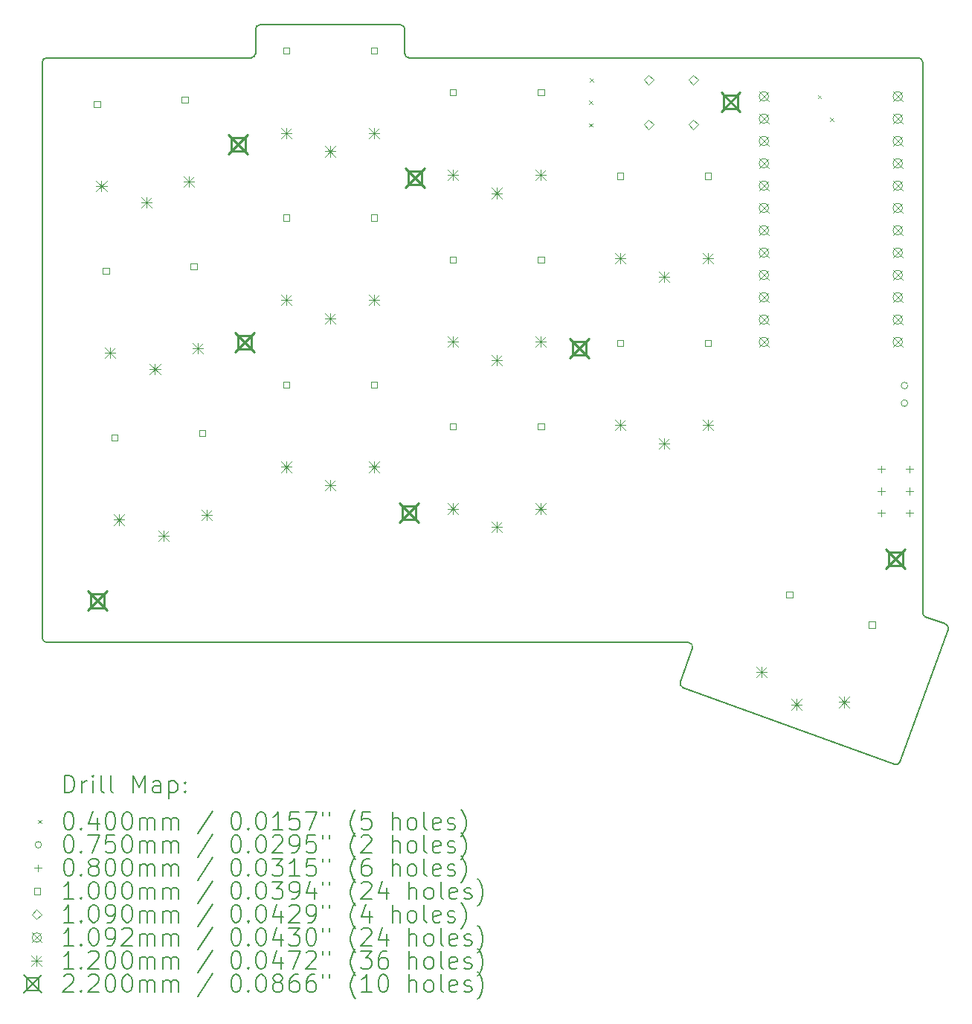
<source format=gbr>
%TF.GenerationSoftware,KiCad,Pcbnew,8.0.6-1.fc41*%
%TF.CreationDate,2024-12-09T10:01:17+11:00*%
%TF.ProjectId,pueo-mx-spaced,7075656f-2d6d-4782-9d73-70616365642e,0.1*%
%TF.SameCoordinates,Original*%
%TF.FileFunction,Drillmap*%
%TF.FilePolarity,Positive*%
%FSLAX45Y45*%
G04 Gerber Fmt 4.5, Leading zero omitted, Abs format (unit mm)*
G04 Created by KiCad (PCBNEW 8.0.6-1.fc41) date 2024-12-09 10:01:17*
%MOMM*%
%LPD*%
G01*
G04 APERTURE LIST*
%ADD10C,0.150000*%
%ADD11C,0.200000*%
%ADD12C,0.100000*%
%ADD13C,0.109000*%
%ADD14C,0.109220*%
%ADD15C,0.120000*%
%ADD16C,0.220000*%
G04 APERTURE END LIST*
D10*
X12739162Y-5250846D02*
G75*
G02*
X12789162Y-5200852I49998J-4D01*
G01*
X20593719Y-12017270D02*
X20367061Y-11934773D01*
X12739162Y-5525847D02*
G75*
G02*
X12689162Y-5575852I-50002J-3D01*
G01*
X20334162Y-11887789D02*
X20334162Y-5625847D01*
X10311662Y-5625847D02*
G75*
G02*
X10361662Y-5575852I49998J-3D01*
G01*
X20076371Y-13584864D02*
G75*
G02*
X20012285Y-13614746I-46981J17094D01*
G01*
X14489162Y-5575847D02*
G75*
G02*
X14439163Y-5525847I8J50007D01*
G01*
X17713535Y-12292948D02*
X17574721Y-12674338D01*
X20284162Y-5575847D02*
G75*
G02*
X20334163Y-5625847I8J-49993D01*
G01*
X14389162Y-5200847D02*
X12789162Y-5200847D01*
X12689162Y-5575847D02*
X10361662Y-5575847D01*
X10311662Y-11453692D02*
X10311662Y-12175847D01*
X14439162Y-5525847D02*
X14439162Y-5250847D01*
X17604605Y-12738423D02*
G75*
G02*
X17574719Y-12674337I17096J46983D01*
G01*
X20076371Y-13584864D02*
X20623603Y-12081356D01*
X17604605Y-12738423D02*
X20012285Y-13614747D01*
X20284162Y-5575847D02*
X14489162Y-5575847D01*
X17666551Y-12225847D02*
G75*
G02*
X17713535Y-12292948I9J-49993D01*
G01*
X10361662Y-12225847D02*
X17666551Y-12225847D01*
X10311662Y-5625847D02*
X10311662Y-11453692D01*
X10361662Y-12225847D02*
G75*
G02*
X10311663Y-12175847I8J50007D01*
G01*
X20593719Y-12017270D02*
G75*
G02*
X20623610Y-12081359I-17099J-46990D01*
G01*
X20367061Y-11934773D02*
G75*
G02*
X20334168Y-11887789I17109J46984D01*
G01*
X14389162Y-5200847D02*
G75*
G02*
X14439163Y-5250847I8J-49993D01*
G01*
X12739162Y-5250846D02*
X12739162Y-5525847D01*
D11*
D12*
X16538955Y-6061794D02*
X16578955Y-6101794D01*
X16578955Y-6061794D02*
X16538955Y-6101794D01*
X16540329Y-6320449D02*
X16580329Y-6360449D01*
X16580329Y-6320449D02*
X16540329Y-6360449D01*
X16545299Y-5805449D02*
X16585299Y-5845449D01*
X16585299Y-5805449D02*
X16545299Y-5845449D01*
X19140000Y-6000000D02*
X19180000Y-6040000D01*
X19180000Y-6000000D02*
X19140000Y-6040000D01*
X19280000Y-6260000D02*
X19320000Y-6300000D01*
X19320000Y-6260000D02*
X19280000Y-6300000D01*
X20165770Y-9504847D02*
G75*
G02*
X20090770Y-9504847I-37500J0D01*
G01*
X20090770Y-9504847D02*
G75*
G02*
X20165770Y-9504847I37500J0D01*
G01*
X20165770Y-9304847D02*
G75*
G02*
X20090770Y-9304847I-37500J0D01*
G01*
X20090770Y-9304847D02*
G75*
G02*
X20165770Y-9304847I37500J0D01*
G01*
X19863860Y-10465347D02*
X19863860Y-10545347D01*
X19823860Y-10505347D02*
X19903860Y-10505347D01*
X19863861Y-10215347D02*
X19863861Y-10295347D01*
X19823861Y-10255347D02*
X19903861Y-10255347D01*
X19863862Y-10715347D02*
X19863862Y-10795347D01*
X19823862Y-10755347D02*
X19903862Y-10755347D01*
X20183861Y-10715347D02*
X20183861Y-10795347D01*
X20143861Y-10755347D02*
X20223861Y-10755347D01*
X20183862Y-10465347D02*
X20183862Y-10545347D01*
X20143862Y-10505347D02*
X20223862Y-10505347D01*
X20183862Y-10215346D02*
X20183862Y-10295346D01*
X20143862Y-10255346D02*
X20223862Y-10255346D01*
X10972407Y-6138497D02*
X10972407Y-6067785D01*
X10901696Y-6067785D01*
X10901696Y-6138497D01*
X10972407Y-6138497D01*
X11071845Y-8035893D02*
X11071845Y-7965181D01*
X11001134Y-7965181D01*
X11001134Y-8035893D01*
X11071845Y-8035893D01*
X11171284Y-9933289D02*
X11171284Y-9862577D01*
X11100573Y-9862577D01*
X11100573Y-9933289D01*
X11171284Y-9933289D01*
X11971037Y-6086161D02*
X11971037Y-6015449D01*
X11900325Y-6015449D01*
X11900325Y-6086161D01*
X11971037Y-6086161D01*
X12070475Y-7983557D02*
X12070475Y-7912845D01*
X11999763Y-7912845D01*
X11999763Y-7983557D01*
X12070475Y-7983557D01*
X12169913Y-9880953D02*
X12169913Y-9810241D01*
X12099202Y-9810241D01*
X12099202Y-9880953D01*
X12169913Y-9880953D01*
X13124517Y-7431202D02*
X13124517Y-7360491D01*
X13053806Y-7360491D01*
X13053806Y-7431202D01*
X13124517Y-7431202D01*
X13124517Y-9331203D02*
X13124517Y-9260492D01*
X13053806Y-9260492D01*
X13053806Y-9331203D01*
X13124517Y-9331203D01*
X13124517Y-5531203D02*
X13124517Y-5460491D01*
X13053806Y-5460491D01*
X13053806Y-5531203D01*
X13124517Y-5531203D01*
X14124517Y-7431202D02*
X14124517Y-7360491D01*
X14053806Y-7360491D01*
X14053806Y-7431202D01*
X14124517Y-7431202D01*
X14124517Y-9331203D02*
X14124517Y-9260491D01*
X14053806Y-9260491D01*
X14053806Y-9331203D01*
X14124517Y-9331203D01*
X14124517Y-5531202D02*
X14124517Y-5460491D01*
X14053806Y-5460491D01*
X14053806Y-5531202D01*
X14124517Y-5531202D01*
X15024517Y-9806203D02*
X15024517Y-9735491D01*
X14953806Y-9735491D01*
X14953806Y-9806203D01*
X15024517Y-9806203D01*
X15024517Y-6006203D02*
X15024517Y-5935491D01*
X14953806Y-5935491D01*
X14953806Y-6006203D01*
X15024517Y-6006203D01*
X15024517Y-7906203D02*
X15024517Y-7835491D01*
X14953806Y-7835491D01*
X14953806Y-7906203D01*
X15024517Y-7906203D01*
X16024517Y-9806202D02*
X16024517Y-9735491D01*
X15953806Y-9735491D01*
X15953806Y-9806202D01*
X16024517Y-9806202D01*
X16024517Y-6006202D02*
X16024517Y-5935491D01*
X15953806Y-5935491D01*
X15953806Y-6006202D01*
X16024517Y-6006202D01*
X16024518Y-7906202D02*
X16024518Y-7835491D01*
X15953806Y-7835491D01*
X15953806Y-7906202D01*
X16024518Y-7906202D01*
X16924517Y-8856202D02*
X16924517Y-8785491D01*
X16853806Y-8785491D01*
X16853806Y-8856202D01*
X16924517Y-8856202D01*
X16924517Y-6956203D02*
X16924517Y-6885491D01*
X16853806Y-6885491D01*
X16853806Y-6956203D01*
X16924517Y-6956203D01*
X17924517Y-8856202D02*
X17924517Y-8785491D01*
X17853806Y-8785491D01*
X17853806Y-8856202D01*
X17924517Y-8856202D01*
X17924518Y-6956202D02*
X17924518Y-6885491D01*
X17853806Y-6885491D01*
X17853806Y-6956202D01*
X17924518Y-6956202D01*
X18854492Y-11720663D02*
X18854492Y-11649951D01*
X18783781Y-11649951D01*
X18783781Y-11720663D01*
X18854492Y-11720663D01*
X19794185Y-12062683D02*
X19794185Y-11991972D01*
X19723473Y-11991972D01*
X19723473Y-12062683D01*
X19794185Y-12062683D01*
D13*
X17216814Y-5882294D02*
X17271314Y-5827794D01*
X17216814Y-5773294D01*
X17162314Y-5827794D01*
X17216814Y-5882294D01*
X17216814Y-6390294D02*
X17271314Y-6335794D01*
X17216814Y-6281294D01*
X17162314Y-6335794D01*
X17216814Y-6390294D01*
X17724814Y-5882294D02*
X17779314Y-5827794D01*
X17724814Y-5773294D01*
X17670314Y-5827794D01*
X17724814Y-5882294D01*
X17724814Y-6390294D02*
X17779314Y-6335794D01*
X17724814Y-6281294D01*
X17670314Y-6335794D01*
X17724814Y-6390294D01*
D14*
X18472552Y-5959237D02*
X18581772Y-6068457D01*
X18581772Y-5959237D02*
X18472552Y-6068457D01*
X18581772Y-6013847D02*
G75*
G02*
X18472552Y-6013847I-54610J0D01*
G01*
X18472552Y-6013847D02*
G75*
G02*
X18581772Y-6013847I54610J0D01*
G01*
X18472552Y-6213237D02*
X18581772Y-6322457D01*
X18581772Y-6213237D02*
X18472552Y-6322457D01*
X18581772Y-6267847D02*
G75*
G02*
X18472552Y-6267847I-54610J0D01*
G01*
X18472552Y-6267847D02*
G75*
G02*
X18581772Y-6267847I54610J0D01*
G01*
X18472552Y-7483237D02*
X18581772Y-7592457D01*
X18581772Y-7483237D02*
X18472552Y-7592457D01*
X18581772Y-7537847D02*
G75*
G02*
X18472552Y-7537847I-54610J0D01*
G01*
X18472552Y-7537847D02*
G75*
G02*
X18581772Y-7537847I54610J0D01*
G01*
X18472552Y-8499237D02*
X18581772Y-8608457D01*
X18581772Y-8499237D02*
X18472552Y-8608457D01*
X18581772Y-8553847D02*
G75*
G02*
X18472552Y-8553847I-54610J0D01*
G01*
X18472552Y-8553847D02*
G75*
G02*
X18581772Y-8553847I54610J0D01*
G01*
X18472552Y-6975237D02*
X18581772Y-7084457D01*
X18581772Y-6975237D02*
X18472552Y-7084457D01*
X18581772Y-7029847D02*
G75*
G02*
X18472552Y-7029847I-54610J0D01*
G01*
X18472552Y-7029847D02*
G75*
G02*
X18581772Y-7029847I54610J0D01*
G01*
X18472552Y-7229237D02*
X18581772Y-7338457D01*
X18581772Y-7229237D02*
X18472552Y-7338457D01*
X18581772Y-7283847D02*
G75*
G02*
X18472552Y-7283847I-54610J0D01*
G01*
X18472552Y-7283847D02*
G75*
G02*
X18581772Y-7283847I54610J0D01*
G01*
X18472552Y-7737237D02*
X18581772Y-7846457D01*
X18581772Y-7737237D02*
X18472552Y-7846457D01*
X18581772Y-7791847D02*
G75*
G02*
X18472552Y-7791847I-54610J0D01*
G01*
X18472552Y-7791847D02*
G75*
G02*
X18581772Y-7791847I54610J0D01*
G01*
X18472552Y-7991237D02*
X18581772Y-8100457D01*
X18581772Y-7991237D02*
X18472552Y-8100457D01*
X18581772Y-8045847D02*
G75*
G02*
X18472552Y-8045847I-54610J0D01*
G01*
X18472552Y-8045847D02*
G75*
G02*
X18581772Y-8045847I54610J0D01*
G01*
X18472552Y-8245237D02*
X18581772Y-8354457D01*
X18581772Y-8245237D02*
X18472552Y-8354457D01*
X18581772Y-8299847D02*
G75*
G02*
X18472552Y-8299847I-54610J0D01*
G01*
X18472552Y-8299847D02*
G75*
G02*
X18581772Y-8299847I54610J0D01*
G01*
X18472552Y-8753237D02*
X18581772Y-8862457D01*
X18581772Y-8753237D02*
X18472552Y-8862457D01*
X18581772Y-8807847D02*
G75*
G02*
X18472552Y-8807847I-54610J0D01*
G01*
X18472552Y-8807847D02*
G75*
G02*
X18581772Y-8807847I54610J0D01*
G01*
X18472552Y-6467237D02*
X18581772Y-6576457D01*
X18581772Y-6467237D02*
X18472552Y-6576457D01*
X18581772Y-6521847D02*
G75*
G02*
X18472552Y-6521847I-54610J0D01*
G01*
X18472552Y-6521847D02*
G75*
G02*
X18581772Y-6521847I54610J0D01*
G01*
X18472552Y-6721237D02*
X18581772Y-6830457D01*
X18581772Y-6721237D02*
X18472552Y-6830457D01*
X18581772Y-6775847D02*
G75*
G02*
X18472552Y-6775847I-54610J0D01*
G01*
X18472552Y-6775847D02*
G75*
G02*
X18581772Y-6775847I54610J0D01*
G01*
X19996552Y-7991237D02*
X20105772Y-8100457D01*
X20105772Y-7991237D02*
X19996552Y-8100457D01*
X20105772Y-8045847D02*
G75*
G02*
X19996552Y-8045847I-54610J0D01*
G01*
X19996552Y-8045847D02*
G75*
G02*
X20105772Y-8045847I54610J0D01*
G01*
X19996552Y-8245237D02*
X20105772Y-8354457D01*
X20105772Y-8245237D02*
X19996552Y-8354457D01*
X20105772Y-8299847D02*
G75*
G02*
X19996552Y-8299847I-54610J0D01*
G01*
X19996552Y-8299847D02*
G75*
G02*
X20105772Y-8299847I54610J0D01*
G01*
X19996552Y-5959237D02*
X20105772Y-6068457D01*
X20105772Y-5959237D02*
X19996552Y-6068457D01*
X20105772Y-6013847D02*
G75*
G02*
X19996552Y-6013847I-54610J0D01*
G01*
X19996552Y-6013847D02*
G75*
G02*
X20105772Y-6013847I54610J0D01*
G01*
X19996552Y-6467237D02*
X20105772Y-6576457D01*
X20105772Y-6467237D02*
X19996552Y-6576457D01*
X20105772Y-6521847D02*
G75*
G02*
X19996552Y-6521847I-54610J0D01*
G01*
X19996552Y-6521847D02*
G75*
G02*
X20105772Y-6521847I54610J0D01*
G01*
X19996552Y-6721237D02*
X20105772Y-6830457D01*
X20105772Y-6721237D02*
X19996552Y-6830457D01*
X20105772Y-6775847D02*
G75*
G02*
X19996552Y-6775847I-54610J0D01*
G01*
X19996552Y-6775847D02*
G75*
G02*
X20105772Y-6775847I54610J0D01*
G01*
X19996552Y-6975237D02*
X20105772Y-7084457D01*
X20105772Y-6975237D02*
X19996552Y-7084457D01*
X20105772Y-7029847D02*
G75*
G02*
X19996552Y-7029847I-54610J0D01*
G01*
X19996552Y-7029847D02*
G75*
G02*
X20105772Y-7029847I54610J0D01*
G01*
X19996552Y-7483237D02*
X20105772Y-7592457D01*
X20105772Y-7483237D02*
X19996552Y-7592457D01*
X20105772Y-7537847D02*
G75*
G02*
X19996552Y-7537847I-54610J0D01*
G01*
X19996552Y-7537847D02*
G75*
G02*
X20105772Y-7537847I54610J0D01*
G01*
X19996552Y-7737237D02*
X20105772Y-7846457D01*
X20105772Y-7737237D02*
X19996552Y-7846457D01*
X20105772Y-7791847D02*
G75*
G02*
X19996552Y-7791847I-54610J0D01*
G01*
X19996552Y-7791847D02*
G75*
G02*
X20105772Y-7791847I54610J0D01*
G01*
X19996552Y-6213237D02*
X20105772Y-6322457D01*
X20105772Y-6213237D02*
X19996552Y-6322457D01*
X20105772Y-6267847D02*
G75*
G02*
X19996552Y-6267847I-54610J0D01*
G01*
X19996552Y-6267847D02*
G75*
G02*
X20105772Y-6267847I54610J0D01*
G01*
X19996552Y-7229237D02*
X20105772Y-7338457D01*
X20105772Y-7229237D02*
X19996552Y-7338457D01*
X20105772Y-7283847D02*
G75*
G02*
X19996552Y-7283847I-54610J0D01*
G01*
X19996552Y-7283847D02*
G75*
G02*
X20105772Y-7283847I54610J0D01*
G01*
X19996552Y-8499237D02*
X20105772Y-8608457D01*
X20105772Y-8499237D02*
X19996552Y-8608457D01*
X20105772Y-8553847D02*
G75*
G02*
X19996552Y-8553847I-54610J0D01*
G01*
X19996552Y-8553847D02*
G75*
G02*
X20105772Y-8553847I54610J0D01*
G01*
X19996552Y-8753237D02*
X20105772Y-8862457D01*
X20105772Y-8753237D02*
X19996552Y-8862457D01*
X20105772Y-8807847D02*
G75*
G02*
X19996552Y-8807847I-54610J0D01*
G01*
X19996552Y-8807847D02*
G75*
G02*
X20105772Y-8807847I54610J0D01*
G01*
D15*
X10925985Y-6976860D02*
X11045985Y-7096860D01*
X11045985Y-6976860D02*
X10925985Y-7096860D01*
X10985985Y-6976860D02*
X10985985Y-7096860D01*
X10925985Y-7036860D02*
X11045985Y-7036860D01*
X11025424Y-8874256D02*
X11145424Y-8994256D01*
X11145424Y-8874256D02*
X11025424Y-8994256D01*
X11085424Y-8874256D02*
X11085424Y-8994256D01*
X11025424Y-8934256D02*
X11145424Y-8934256D01*
X11124862Y-10771652D02*
X11244862Y-10891652D01*
X11244862Y-10771652D02*
X11124862Y-10891652D01*
X11184862Y-10771652D02*
X11184862Y-10891652D01*
X11124862Y-10831652D02*
X11244862Y-10831652D01*
X11436291Y-7160404D02*
X11556291Y-7280404D01*
X11556291Y-7160404D02*
X11436291Y-7280404D01*
X11496291Y-7160404D02*
X11496291Y-7280404D01*
X11436291Y-7220404D02*
X11556291Y-7220404D01*
X11535729Y-9057800D02*
X11655729Y-9177800D01*
X11655729Y-9057800D02*
X11535729Y-9177800D01*
X11595729Y-9057800D02*
X11595729Y-9177800D01*
X11535729Y-9117800D02*
X11655729Y-9117800D01*
X11635167Y-10955196D02*
X11755167Y-11075196D01*
X11755167Y-10955196D02*
X11635167Y-11075196D01*
X11695167Y-10955196D02*
X11695167Y-11075196D01*
X11635167Y-11015196D02*
X11755167Y-11015196D01*
X11924615Y-6924524D02*
X12044615Y-7044524D01*
X12044615Y-6924524D02*
X11924615Y-7044524D01*
X11984615Y-6924524D02*
X11984615Y-7044524D01*
X11924615Y-6984524D02*
X12044615Y-6984524D01*
X12024053Y-8821920D02*
X12144053Y-8941920D01*
X12144053Y-8821920D02*
X12024053Y-8941920D01*
X12084053Y-8821920D02*
X12084053Y-8941920D01*
X12024053Y-8881920D02*
X12144053Y-8881920D01*
X12123492Y-10719316D02*
X12243492Y-10839316D01*
X12243492Y-10719316D02*
X12123492Y-10839316D01*
X12183492Y-10719316D02*
X12183492Y-10839316D01*
X12123492Y-10779316D02*
X12243492Y-10779316D01*
X13029161Y-8270847D02*
X13149161Y-8390847D01*
X13149161Y-8270847D02*
X13029161Y-8390847D01*
X13089161Y-8270847D02*
X13089161Y-8390847D01*
X13029161Y-8330847D02*
X13149161Y-8330847D01*
X13029162Y-10170847D02*
X13149162Y-10290847D01*
X13149162Y-10170847D02*
X13029162Y-10290847D01*
X13089162Y-10170847D02*
X13089162Y-10290847D01*
X13029162Y-10230847D02*
X13149162Y-10230847D01*
X13029162Y-6370847D02*
X13149162Y-6490847D01*
X13149162Y-6370847D02*
X13029162Y-6490847D01*
X13089162Y-6370847D02*
X13089162Y-6490847D01*
X13029162Y-6430847D02*
X13149162Y-6430847D01*
X13529161Y-8480847D02*
X13649161Y-8600847D01*
X13649161Y-8480847D02*
X13529161Y-8600847D01*
X13589161Y-8480847D02*
X13589161Y-8600847D01*
X13529161Y-8540847D02*
X13649161Y-8540847D01*
X13529162Y-10380847D02*
X13649162Y-10500847D01*
X13649162Y-10380847D02*
X13529162Y-10500847D01*
X13589162Y-10380847D02*
X13589162Y-10500847D01*
X13529162Y-10440847D02*
X13649162Y-10440847D01*
X13529162Y-6580847D02*
X13649162Y-6700847D01*
X13649162Y-6580847D02*
X13529162Y-6700847D01*
X13589162Y-6580847D02*
X13589162Y-6700847D01*
X13529162Y-6640847D02*
X13649162Y-6640847D01*
X14029161Y-8270847D02*
X14149161Y-8390847D01*
X14149161Y-8270847D02*
X14029161Y-8390847D01*
X14089161Y-8270847D02*
X14089161Y-8390847D01*
X14029161Y-8330847D02*
X14149161Y-8330847D01*
X14029162Y-10170847D02*
X14149162Y-10290847D01*
X14149162Y-10170847D02*
X14029162Y-10290847D01*
X14089162Y-10170847D02*
X14089162Y-10290847D01*
X14029162Y-10230847D02*
X14149162Y-10230847D01*
X14029162Y-6370847D02*
X14149162Y-6490847D01*
X14149162Y-6370847D02*
X14029162Y-6490847D01*
X14089162Y-6370847D02*
X14089162Y-6490847D01*
X14029162Y-6430847D02*
X14149162Y-6430847D01*
X14929162Y-10645847D02*
X15049162Y-10765847D01*
X15049162Y-10645847D02*
X14929162Y-10765847D01*
X14989162Y-10645847D02*
X14989162Y-10765847D01*
X14929162Y-10705847D02*
X15049162Y-10705847D01*
X14929162Y-6845847D02*
X15049162Y-6965847D01*
X15049162Y-6845847D02*
X14929162Y-6965847D01*
X14989162Y-6845847D02*
X14989162Y-6965847D01*
X14929162Y-6905847D02*
X15049162Y-6905847D01*
X14929162Y-8745847D02*
X15049162Y-8865847D01*
X15049162Y-8745847D02*
X14929162Y-8865847D01*
X14989162Y-8745847D02*
X14989162Y-8865847D01*
X14929162Y-8805847D02*
X15049162Y-8805847D01*
X15429162Y-10855847D02*
X15549162Y-10975847D01*
X15549162Y-10855847D02*
X15429162Y-10975847D01*
X15489162Y-10855847D02*
X15489162Y-10975847D01*
X15429162Y-10915847D02*
X15549162Y-10915847D01*
X15429162Y-7055847D02*
X15549162Y-7175847D01*
X15549162Y-7055847D02*
X15429162Y-7175847D01*
X15489162Y-7055847D02*
X15489162Y-7175847D01*
X15429162Y-7115847D02*
X15549162Y-7115847D01*
X15429162Y-8955847D02*
X15549162Y-9075847D01*
X15549162Y-8955847D02*
X15429162Y-9075847D01*
X15489162Y-8955847D02*
X15489162Y-9075847D01*
X15429162Y-9015847D02*
X15549162Y-9015847D01*
X15929162Y-10645847D02*
X16049162Y-10765847D01*
X16049162Y-10645847D02*
X15929162Y-10765847D01*
X15989162Y-10645847D02*
X15989162Y-10765847D01*
X15929162Y-10705847D02*
X16049162Y-10705847D01*
X15929162Y-6845847D02*
X16049162Y-6965847D01*
X16049162Y-6845847D02*
X15929162Y-6965847D01*
X15989162Y-6845847D02*
X15989162Y-6965847D01*
X15929162Y-6905847D02*
X16049162Y-6905847D01*
X15929162Y-8745847D02*
X16049162Y-8865847D01*
X16049162Y-8745847D02*
X15929162Y-8865847D01*
X15989162Y-8745847D02*
X15989162Y-8865847D01*
X15929162Y-8805847D02*
X16049162Y-8805847D01*
X16829162Y-9695847D02*
X16949162Y-9815847D01*
X16949162Y-9695847D02*
X16829162Y-9815847D01*
X16889162Y-9695847D02*
X16889162Y-9815847D01*
X16829162Y-9755847D02*
X16949162Y-9755847D01*
X16829162Y-7795847D02*
X16949162Y-7915847D01*
X16949162Y-7795847D02*
X16829162Y-7915847D01*
X16889162Y-7795847D02*
X16889162Y-7915847D01*
X16829162Y-7855847D02*
X16949162Y-7855847D01*
X17329162Y-9905847D02*
X17449162Y-10025847D01*
X17449162Y-9905847D02*
X17329162Y-10025847D01*
X17389162Y-9905847D02*
X17389162Y-10025847D01*
X17329162Y-9965847D02*
X17449162Y-9965847D01*
X17329162Y-8005847D02*
X17449162Y-8125847D01*
X17449162Y-8005847D02*
X17329162Y-8125847D01*
X17389162Y-8005847D02*
X17389162Y-8125847D01*
X17329162Y-8065847D02*
X17449162Y-8065847D01*
X17829162Y-9695847D02*
X17949162Y-9815847D01*
X17949162Y-9695847D02*
X17829162Y-9815847D01*
X17889162Y-9695847D02*
X17889162Y-9815847D01*
X17829162Y-9755847D02*
X17949162Y-9755847D01*
X17829162Y-7795847D02*
X17949162Y-7915847D01*
X17949162Y-7795847D02*
X17829162Y-7915847D01*
X17889162Y-7795847D02*
X17889162Y-7915847D01*
X17829162Y-7855847D02*
X17949162Y-7855847D01*
X18439348Y-12503920D02*
X18559348Y-12623920D01*
X18559348Y-12503920D02*
X18439348Y-12623920D01*
X18499348Y-12503920D02*
X18499348Y-12623920D01*
X18439348Y-12563920D02*
X18559348Y-12563920D01*
X18837370Y-12872265D02*
X18957370Y-12992265D01*
X18957370Y-12872265D02*
X18837370Y-12992265D01*
X18897370Y-12872265D02*
X18897370Y-12992265D01*
X18837370Y-12932265D02*
X18957370Y-12932265D01*
X19379040Y-12845940D02*
X19499040Y-12965940D01*
X19499040Y-12845940D02*
X19379040Y-12965940D01*
X19439040Y-12845940D02*
X19439040Y-12965940D01*
X19379040Y-12905940D02*
X19499040Y-12905940D01*
D16*
X10830283Y-11644182D02*
X11050283Y-11864182D01*
X11050283Y-11644182D02*
X10830283Y-11864182D01*
X11018066Y-11831964D02*
X11018066Y-11676399D01*
X10862501Y-11676399D01*
X10862501Y-11831964D01*
X11018066Y-11831964D01*
X12433932Y-6451308D02*
X12653932Y-6671308D01*
X12653932Y-6451308D02*
X12433932Y-6671308D01*
X12621715Y-6639090D02*
X12621715Y-6483525D01*
X12466150Y-6483525D01*
X12466150Y-6639090D01*
X12621715Y-6639090D01*
X12507699Y-8702890D02*
X12727699Y-8922890D01*
X12727699Y-8702890D02*
X12507699Y-8922890D01*
X12695481Y-8890672D02*
X12695481Y-8735107D01*
X12539916Y-8735107D01*
X12539916Y-8890672D01*
X12695481Y-8890672D01*
X14379162Y-10640847D02*
X14599162Y-10860847D01*
X14599162Y-10640847D02*
X14379162Y-10860847D01*
X14566944Y-10828629D02*
X14566944Y-10673064D01*
X14411379Y-10673064D01*
X14411379Y-10828629D01*
X14566944Y-10828629D01*
X14379162Y-10640847D02*
X14599162Y-10860847D01*
X14599162Y-10640847D02*
X14379162Y-10860847D01*
X14566944Y-10828629D02*
X14566944Y-10673064D01*
X14411379Y-10673064D01*
X14411379Y-10828629D01*
X14566944Y-10828629D01*
X14445655Y-6831427D02*
X14665655Y-7051427D01*
X14665655Y-6831427D02*
X14445655Y-7051427D01*
X14633438Y-7019209D02*
X14633438Y-6863644D01*
X14477873Y-6863644D01*
X14477873Y-7019209D01*
X14633438Y-7019209D01*
X16317118Y-8769384D02*
X16537118Y-8989384D01*
X16537118Y-8769384D02*
X16317118Y-8989384D01*
X16504901Y-8957166D02*
X16504901Y-8801601D01*
X16349336Y-8801601D01*
X16349336Y-8957166D01*
X16504901Y-8957166D01*
X18039162Y-5965847D02*
X18259162Y-6185847D01*
X18259162Y-5965847D02*
X18039162Y-6185847D01*
X18226944Y-6153629D02*
X18226944Y-5998064D01*
X18071379Y-5998064D01*
X18071379Y-6153629D01*
X18226944Y-6153629D01*
X19917447Y-11164216D02*
X20137447Y-11384216D01*
X20137447Y-11164216D02*
X19917447Y-11384216D01*
X20105230Y-11351999D02*
X20105230Y-11196434D01*
X19949665Y-11196434D01*
X19949665Y-11351999D01*
X20105230Y-11351999D01*
X19917447Y-11164216D02*
X20137447Y-11384216D01*
X20137447Y-11164216D02*
X19917447Y-11384216D01*
X20105230Y-11351999D02*
X20105230Y-11196434D01*
X19949665Y-11196434D01*
X19949665Y-11351999D01*
X20105230Y-11351999D01*
D11*
X10564939Y-13936747D02*
X10564939Y-13736747D01*
X10564939Y-13736747D02*
X10612558Y-13736747D01*
X10612558Y-13736747D02*
X10641129Y-13746271D01*
X10641129Y-13746271D02*
X10660177Y-13765319D01*
X10660177Y-13765319D02*
X10669700Y-13784366D01*
X10669700Y-13784366D02*
X10679224Y-13822462D01*
X10679224Y-13822462D02*
X10679224Y-13851033D01*
X10679224Y-13851033D02*
X10669700Y-13889128D01*
X10669700Y-13889128D02*
X10660177Y-13908176D01*
X10660177Y-13908176D02*
X10641129Y-13927224D01*
X10641129Y-13927224D02*
X10612558Y-13936747D01*
X10612558Y-13936747D02*
X10564939Y-13936747D01*
X10764939Y-13936747D02*
X10764939Y-13803414D01*
X10764939Y-13841509D02*
X10774462Y-13822462D01*
X10774462Y-13822462D02*
X10783986Y-13812938D01*
X10783986Y-13812938D02*
X10803034Y-13803414D01*
X10803034Y-13803414D02*
X10822081Y-13803414D01*
X10888748Y-13936747D02*
X10888748Y-13803414D01*
X10888748Y-13736747D02*
X10879224Y-13746271D01*
X10879224Y-13746271D02*
X10888748Y-13755795D01*
X10888748Y-13755795D02*
X10898272Y-13746271D01*
X10898272Y-13746271D02*
X10888748Y-13736747D01*
X10888748Y-13736747D02*
X10888748Y-13755795D01*
X11012558Y-13936747D02*
X10993510Y-13927224D01*
X10993510Y-13927224D02*
X10983986Y-13908176D01*
X10983986Y-13908176D02*
X10983986Y-13736747D01*
X11117319Y-13936747D02*
X11098272Y-13927224D01*
X11098272Y-13927224D02*
X11088748Y-13908176D01*
X11088748Y-13908176D02*
X11088748Y-13736747D01*
X11345891Y-13936747D02*
X11345891Y-13736747D01*
X11345891Y-13736747D02*
X11412558Y-13879605D01*
X11412558Y-13879605D02*
X11479224Y-13736747D01*
X11479224Y-13736747D02*
X11479224Y-13936747D01*
X11660177Y-13936747D02*
X11660177Y-13831986D01*
X11660177Y-13831986D02*
X11650653Y-13812938D01*
X11650653Y-13812938D02*
X11631605Y-13803414D01*
X11631605Y-13803414D02*
X11593510Y-13803414D01*
X11593510Y-13803414D02*
X11574462Y-13812938D01*
X11660177Y-13927224D02*
X11641129Y-13936747D01*
X11641129Y-13936747D02*
X11593510Y-13936747D01*
X11593510Y-13936747D02*
X11574462Y-13927224D01*
X11574462Y-13927224D02*
X11564938Y-13908176D01*
X11564938Y-13908176D02*
X11564938Y-13889128D01*
X11564938Y-13889128D02*
X11574462Y-13870081D01*
X11574462Y-13870081D02*
X11593510Y-13860557D01*
X11593510Y-13860557D02*
X11641129Y-13860557D01*
X11641129Y-13860557D02*
X11660177Y-13851033D01*
X11755415Y-13803414D02*
X11755415Y-14003414D01*
X11755415Y-13812938D02*
X11774462Y-13803414D01*
X11774462Y-13803414D02*
X11812558Y-13803414D01*
X11812558Y-13803414D02*
X11831605Y-13812938D01*
X11831605Y-13812938D02*
X11841129Y-13822462D01*
X11841129Y-13822462D02*
X11850653Y-13841509D01*
X11850653Y-13841509D02*
X11850653Y-13898652D01*
X11850653Y-13898652D02*
X11841129Y-13917700D01*
X11841129Y-13917700D02*
X11831605Y-13927224D01*
X11831605Y-13927224D02*
X11812558Y-13936747D01*
X11812558Y-13936747D02*
X11774462Y-13936747D01*
X11774462Y-13936747D02*
X11755415Y-13927224D01*
X11936367Y-13917700D02*
X11945891Y-13927224D01*
X11945891Y-13927224D02*
X11936367Y-13936747D01*
X11936367Y-13936747D02*
X11926843Y-13927224D01*
X11926843Y-13927224D02*
X11936367Y-13917700D01*
X11936367Y-13917700D02*
X11936367Y-13936747D01*
X11936367Y-13812938D02*
X11945891Y-13822462D01*
X11945891Y-13822462D02*
X11936367Y-13831986D01*
X11936367Y-13831986D02*
X11926843Y-13822462D01*
X11926843Y-13822462D02*
X11936367Y-13812938D01*
X11936367Y-13812938D02*
X11936367Y-13831986D01*
D12*
X10264162Y-14245264D02*
X10304162Y-14285264D01*
X10304162Y-14245264D02*
X10264162Y-14285264D01*
D11*
X10603034Y-14156747D02*
X10622081Y-14156747D01*
X10622081Y-14156747D02*
X10641129Y-14166271D01*
X10641129Y-14166271D02*
X10650653Y-14175795D01*
X10650653Y-14175795D02*
X10660177Y-14194843D01*
X10660177Y-14194843D02*
X10669700Y-14232938D01*
X10669700Y-14232938D02*
X10669700Y-14280557D01*
X10669700Y-14280557D02*
X10660177Y-14318652D01*
X10660177Y-14318652D02*
X10650653Y-14337700D01*
X10650653Y-14337700D02*
X10641129Y-14347224D01*
X10641129Y-14347224D02*
X10622081Y-14356747D01*
X10622081Y-14356747D02*
X10603034Y-14356747D01*
X10603034Y-14356747D02*
X10583986Y-14347224D01*
X10583986Y-14347224D02*
X10574462Y-14337700D01*
X10574462Y-14337700D02*
X10564939Y-14318652D01*
X10564939Y-14318652D02*
X10555415Y-14280557D01*
X10555415Y-14280557D02*
X10555415Y-14232938D01*
X10555415Y-14232938D02*
X10564939Y-14194843D01*
X10564939Y-14194843D02*
X10574462Y-14175795D01*
X10574462Y-14175795D02*
X10583986Y-14166271D01*
X10583986Y-14166271D02*
X10603034Y-14156747D01*
X10755415Y-14337700D02*
X10764939Y-14347224D01*
X10764939Y-14347224D02*
X10755415Y-14356747D01*
X10755415Y-14356747D02*
X10745891Y-14347224D01*
X10745891Y-14347224D02*
X10755415Y-14337700D01*
X10755415Y-14337700D02*
X10755415Y-14356747D01*
X10936367Y-14223414D02*
X10936367Y-14356747D01*
X10888748Y-14147224D02*
X10841129Y-14290081D01*
X10841129Y-14290081D02*
X10964939Y-14290081D01*
X11079224Y-14156747D02*
X11098272Y-14156747D01*
X11098272Y-14156747D02*
X11117320Y-14166271D01*
X11117320Y-14166271D02*
X11126843Y-14175795D01*
X11126843Y-14175795D02*
X11136367Y-14194843D01*
X11136367Y-14194843D02*
X11145891Y-14232938D01*
X11145891Y-14232938D02*
X11145891Y-14280557D01*
X11145891Y-14280557D02*
X11136367Y-14318652D01*
X11136367Y-14318652D02*
X11126843Y-14337700D01*
X11126843Y-14337700D02*
X11117320Y-14347224D01*
X11117320Y-14347224D02*
X11098272Y-14356747D01*
X11098272Y-14356747D02*
X11079224Y-14356747D01*
X11079224Y-14356747D02*
X11060177Y-14347224D01*
X11060177Y-14347224D02*
X11050653Y-14337700D01*
X11050653Y-14337700D02*
X11041129Y-14318652D01*
X11041129Y-14318652D02*
X11031605Y-14280557D01*
X11031605Y-14280557D02*
X11031605Y-14232938D01*
X11031605Y-14232938D02*
X11041129Y-14194843D01*
X11041129Y-14194843D02*
X11050653Y-14175795D01*
X11050653Y-14175795D02*
X11060177Y-14166271D01*
X11060177Y-14166271D02*
X11079224Y-14156747D01*
X11269700Y-14156747D02*
X11288748Y-14156747D01*
X11288748Y-14156747D02*
X11307796Y-14166271D01*
X11307796Y-14166271D02*
X11317319Y-14175795D01*
X11317319Y-14175795D02*
X11326843Y-14194843D01*
X11326843Y-14194843D02*
X11336367Y-14232938D01*
X11336367Y-14232938D02*
X11336367Y-14280557D01*
X11336367Y-14280557D02*
X11326843Y-14318652D01*
X11326843Y-14318652D02*
X11317319Y-14337700D01*
X11317319Y-14337700D02*
X11307796Y-14347224D01*
X11307796Y-14347224D02*
X11288748Y-14356747D01*
X11288748Y-14356747D02*
X11269700Y-14356747D01*
X11269700Y-14356747D02*
X11250653Y-14347224D01*
X11250653Y-14347224D02*
X11241129Y-14337700D01*
X11241129Y-14337700D02*
X11231605Y-14318652D01*
X11231605Y-14318652D02*
X11222081Y-14280557D01*
X11222081Y-14280557D02*
X11222081Y-14232938D01*
X11222081Y-14232938D02*
X11231605Y-14194843D01*
X11231605Y-14194843D02*
X11241129Y-14175795D01*
X11241129Y-14175795D02*
X11250653Y-14166271D01*
X11250653Y-14166271D02*
X11269700Y-14156747D01*
X11422081Y-14356747D02*
X11422081Y-14223414D01*
X11422081Y-14242462D02*
X11431605Y-14232938D01*
X11431605Y-14232938D02*
X11450653Y-14223414D01*
X11450653Y-14223414D02*
X11479224Y-14223414D01*
X11479224Y-14223414D02*
X11498272Y-14232938D01*
X11498272Y-14232938D02*
X11507796Y-14251986D01*
X11507796Y-14251986D02*
X11507796Y-14356747D01*
X11507796Y-14251986D02*
X11517319Y-14232938D01*
X11517319Y-14232938D02*
X11536367Y-14223414D01*
X11536367Y-14223414D02*
X11564938Y-14223414D01*
X11564938Y-14223414D02*
X11583986Y-14232938D01*
X11583986Y-14232938D02*
X11593510Y-14251986D01*
X11593510Y-14251986D02*
X11593510Y-14356747D01*
X11688748Y-14356747D02*
X11688748Y-14223414D01*
X11688748Y-14242462D02*
X11698272Y-14232938D01*
X11698272Y-14232938D02*
X11717319Y-14223414D01*
X11717319Y-14223414D02*
X11745891Y-14223414D01*
X11745891Y-14223414D02*
X11764939Y-14232938D01*
X11764939Y-14232938D02*
X11774462Y-14251986D01*
X11774462Y-14251986D02*
X11774462Y-14356747D01*
X11774462Y-14251986D02*
X11783986Y-14232938D01*
X11783986Y-14232938D02*
X11803034Y-14223414D01*
X11803034Y-14223414D02*
X11831605Y-14223414D01*
X11831605Y-14223414D02*
X11850653Y-14232938D01*
X11850653Y-14232938D02*
X11860177Y-14251986D01*
X11860177Y-14251986D02*
X11860177Y-14356747D01*
X12250653Y-14147224D02*
X12079224Y-14404366D01*
X12507796Y-14156747D02*
X12526843Y-14156747D01*
X12526843Y-14156747D02*
X12545891Y-14166271D01*
X12545891Y-14166271D02*
X12555415Y-14175795D01*
X12555415Y-14175795D02*
X12564939Y-14194843D01*
X12564939Y-14194843D02*
X12574462Y-14232938D01*
X12574462Y-14232938D02*
X12574462Y-14280557D01*
X12574462Y-14280557D02*
X12564939Y-14318652D01*
X12564939Y-14318652D02*
X12555415Y-14337700D01*
X12555415Y-14337700D02*
X12545891Y-14347224D01*
X12545891Y-14347224D02*
X12526843Y-14356747D01*
X12526843Y-14356747D02*
X12507796Y-14356747D01*
X12507796Y-14356747D02*
X12488748Y-14347224D01*
X12488748Y-14347224D02*
X12479224Y-14337700D01*
X12479224Y-14337700D02*
X12469701Y-14318652D01*
X12469701Y-14318652D02*
X12460177Y-14280557D01*
X12460177Y-14280557D02*
X12460177Y-14232938D01*
X12460177Y-14232938D02*
X12469701Y-14194843D01*
X12469701Y-14194843D02*
X12479224Y-14175795D01*
X12479224Y-14175795D02*
X12488748Y-14166271D01*
X12488748Y-14166271D02*
X12507796Y-14156747D01*
X12660177Y-14337700D02*
X12669701Y-14347224D01*
X12669701Y-14347224D02*
X12660177Y-14356747D01*
X12660177Y-14356747D02*
X12650653Y-14347224D01*
X12650653Y-14347224D02*
X12660177Y-14337700D01*
X12660177Y-14337700D02*
X12660177Y-14356747D01*
X12793510Y-14156747D02*
X12812558Y-14156747D01*
X12812558Y-14156747D02*
X12831605Y-14166271D01*
X12831605Y-14166271D02*
X12841129Y-14175795D01*
X12841129Y-14175795D02*
X12850653Y-14194843D01*
X12850653Y-14194843D02*
X12860177Y-14232938D01*
X12860177Y-14232938D02*
X12860177Y-14280557D01*
X12860177Y-14280557D02*
X12850653Y-14318652D01*
X12850653Y-14318652D02*
X12841129Y-14337700D01*
X12841129Y-14337700D02*
X12831605Y-14347224D01*
X12831605Y-14347224D02*
X12812558Y-14356747D01*
X12812558Y-14356747D02*
X12793510Y-14356747D01*
X12793510Y-14356747D02*
X12774462Y-14347224D01*
X12774462Y-14347224D02*
X12764939Y-14337700D01*
X12764939Y-14337700D02*
X12755415Y-14318652D01*
X12755415Y-14318652D02*
X12745891Y-14280557D01*
X12745891Y-14280557D02*
X12745891Y-14232938D01*
X12745891Y-14232938D02*
X12755415Y-14194843D01*
X12755415Y-14194843D02*
X12764939Y-14175795D01*
X12764939Y-14175795D02*
X12774462Y-14166271D01*
X12774462Y-14166271D02*
X12793510Y-14156747D01*
X13050653Y-14356747D02*
X12936367Y-14356747D01*
X12993510Y-14356747D02*
X12993510Y-14156747D01*
X12993510Y-14156747D02*
X12974462Y-14185319D01*
X12974462Y-14185319D02*
X12955415Y-14204366D01*
X12955415Y-14204366D02*
X12936367Y-14213890D01*
X13231605Y-14156747D02*
X13136367Y-14156747D01*
X13136367Y-14156747D02*
X13126843Y-14251986D01*
X13126843Y-14251986D02*
X13136367Y-14242462D01*
X13136367Y-14242462D02*
X13155415Y-14232938D01*
X13155415Y-14232938D02*
X13203034Y-14232938D01*
X13203034Y-14232938D02*
X13222082Y-14242462D01*
X13222082Y-14242462D02*
X13231605Y-14251986D01*
X13231605Y-14251986D02*
X13241129Y-14271033D01*
X13241129Y-14271033D02*
X13241129Y-14318652D01*
X13241129Y-14318652D02*
X13231605Y-14337700D01*
X13231605Y-14337700D02*
X13222082Y-14347224D01*
X13222082Y-14347224D02*
X13203034Y-14356747D01*
X13203034Y-14356747D02*
X13155415Y-14356747D01*
X13155415Y-14356747D02*
X13136367Y-14347224D01*
X13136367Y-14347224D02*
X13126843Y-14337700D01*
X13307796Y-14156747D02*
X13441129Y-14156747D01*
X13441129Y-14156747D02*
X13355415Y-14356747D01*
X13507796Y-14156747D02*
X13507796Y-14194843D01*
X13583986Y-14156747D02*
X13583986Y-14194843D01*
X13879225Y-14432938D02*
X13869701Y-14423414D01*
X13869701Y-14423414D02*
X13850653Y-14394843D01*
X13850653Y-14394843D02*
X13841129Y-14375795D01*
X13841129Y-14375795D02*
X13831605Y-14347224D01*
X13831605Y-14347224D02*
X13822082Y-14299605D01*
X13822082Y-14299605D02*
X13822082Y-14261509D01*
X13822082Y-14261509D02*
X13831605Y-14213890D01*
X13831605Y-14213890D02*
X13841129Y-14185319D01*
X13841129Y-14185319D02*
X13850653Y-14166271D01*
X13850653Y-14166271D02*
X13869701Y-14137700D01*
X13869701Y-14137700D02*
X13879225Y-14128176D01*
X14050653Y-14156747D02*
X13955415Y-14156747D01*
X13955415Y-14156747D02*
X13945891Y-14251986D01*
X13945891Y-14251986D02*
X13955415Y-14242462D01*
X13955415Y-14242462D02*
X13974463Y-14232938D01*
X13974463Y-14232938D02*
X14022082Y-14232938D01*
X14022082Y-14232938D02*
X14041129Y-14242462D01*
X14041129Y-14242462D02*
X14050653Y-14251986D01*
X14050653Y-14251986D02*
X14060177Y-14271033D01*
X14060177Y-14271033D02*
X14060177Y-14318652D01*
X14060177Y-14318652D02*
X14050653Y-14337700D01*
X14050653Y-14337700D02*
X14041129Y-14347224D01*
X14041129Y-14347224D02*
X14022082Y-14356747D01*
X14022082Y-14356747D02*
X13974463Y-14356747D01*
X13974463Y-14356747D02*
X13955415Y-14347224D01*
X13955415Y-14347224D02*
X13945891Y-14337700D01*
X14298272Y-14356747D02*
X14298272Y-14156747D01*
X14383986Y-14356747D02*
X14383986Y-14251986D01*
X14383986Y-14251986D02*
X14374463Y-14232938D01*
X14374463Y-14232938D02*
X14355415Y-14223414D01*
X14355415Y-14223414D02*
X14326844Y-14223414D01*
X14326844Y-14223414D02*
X14307796Y-14232938D01*
X14307796Y-14232938D02*
X14298272Y-14242462D01*
X14507796Y-14356747D02*
X14488748Y-14347224D01*
X14488748Y-14347224D02*
X14479225Y-14337700D01*
X14479225Y-14337700D02*
X14469701Y-14318652D01*
X14469701Y-14318652D02*
X14469701Y-14261509D01*
X14469701Y-14261509D02*
X14479225Y-14242462D01*
X14479225Y-14242462D02*
X14488748Y-14232938D01*
X14488748Y-14232938D02*
X14507796Y-14223414D01*
X14507796Y-14223414D02*
X14536367Y-14223414D01*
X14536367Y-14223414D02*
X14555415Y-14232938D01*
X14555415Y-14232938D02*
X14564939Y-14242462D01*
X14564939Y-14242462D02*
X14574463Y-14261509D01*
X14574463Y-14261509D02*
X14574463Y-14318652D01*
X14574463Y-14318652D02*
X14564939Y-14337700D01*
X14564939Y-14337700D02*
X14555415Y-14347224D01*
X14555415Y-14347224D02*
X14536367Y-14356747D01*
X14536367Y-14356747D02*
X14507796Y-14356747D01*
X14688748Y-14356747D02*
X14669701Y-14347224D01*
X14669701Y-14347224D02*
X14660177Y-14328176D01*
X14660177Y-14328176D02*
X14660177Y-14156747D01*
X14841129Y-14347224D02*
X14822082Y-14356747D01*
X14822082Y-14356747D02*
X14783986Y-14356747D01*
X14783986Y-14356747D02*
X14764939Y-14347224D01*
X14764939Y-14347224D02*
X14755415Y-14328176D01*
X14755415Y-14328176D02*
X14755415Y-14251986D01*
X14755415Y-14251986D02*
X14764939Y-14232938D01*
X14764939Y-14232938D02*
X14783986Y-14223414D01*
X14783986Y-14223414D02*
X14822082Y-14223414D01*
X14822082Y-14223414D02*
X14841129Y-14232938D01*
X14841129Y-14232938D02*
X14850653Y-14251986D01*
X14850653Y-14251986D02*
X14850653Y-14271033D01*
X14850653Y-14271033D02*
X14755415Y-14290081D01*
X14926844Y-14347224D02*
X14945891Y-14356747D01*
X14945891Y-14356747D02*
X14983986Y-14356747D01*
X14983986Y-14356747D02*
X15003034Y-14347224D01*
X15003034Y-14347224D02*
X15012558Y-14328176D01*
X15012558Y-14328176D02*
X15012558Y-14318652D01*
X15012558Y-14318652D02*
X15003034Y-14299605D01*
X15003034Y-14299605D02*
X14983986Y-14290081D01*
X14983986Y-14290081D02*
X14955415Y-14290081D01*
X14955415Y-14290081D02*
X14936367Y-14280557D01*
X14936367Y-14280557D02*
X14926844Y-14261509D01*
X14926844Y-14261509D02*
X14926844Y-14251986D01*
X14926844Y-14251986D02*
X14936367Y-14232938D01*
X14936367Y-14232938D02*
X14955415Y-14223414D01*
X14955415Y-14223414D02*
X14983986Y-14223414D01*
X14983986Y-14223414D02*
X15003034Y-14232938D01*
X15079225Y-14432938D02*
X15088748Y-14423414D01*
X15088748Y-14423414D02*
X15107796Y-14394843D01*
X15107796Y-14394843D02*
X15117320Y-14375795D01*
X15117320Y-14375795D02*
X15126844Y-14347224D01*
X15126844Y-14347224D02*
X15136367Y-14299605D01*
X15136367Y-14299605D02*
X15136367Y-14261509D01*
X15136367Y-14261509D02*
X15126844Y-14213890D01*
X15126844Y-14213890D02*
X15117320Y-14185319D01*
X15117320Y-14185319D02*
X15107796Y-14166271D01*
X15107796Y-14166271D02*
X15088748Y-14137700D01*
X15088748Y-14137700D02*
X15079225Y-14128176D01*
D12*
X10304162Y-14529264D02*
G75*
G02*
X10229162Y-14529264I-37500J0D01*
G01*
X10229162Y-14529264D02*
G75*
G02*
X10304162Y-14529264I37500J0D01*
G01*
D11*
X10603034Y-14420747D02*
X10622081Y-14420747D01*
X10622081Y-14420747D02*
X10641129Y-14430271D01*
X10641129Y-14430271D02*
X10650653Y-14439795D01*
X10650653Y-14439795D02*
X10660177Y-14458843D01*
X10660177Y-14458843D02*
X10669700Y-14496938D01*
X10669700Y-14496938D02*
X10669700Y-14544557D01*
X10669700Y-14544557D02*
X10660177Y-14582652D01*
X10660177Y-14582652D02*
X10650653Y-14601700D01*
X10650653Y-14601700D02*
X10641129Y-14611224D01*
X10641129Y-14611224D02*
X10622081Y-14620747D01*
X10622081Y-14620747D02*
X10603034Y-14620747D01*
X10603034Y-14620747D02*
X10583986Y-14611224D01*
X10583986Y-14611224D02*
X10574462Y-14601700D01*
X10574462Y-14601700D02*
X10564939Y-14582652D01*
X10564939Y-14582652D02*
X10555415Y-14544557D01*
X10555415Y-14544557D02*
X10555415Y-14496938D01*
X10555415Y-14496938D02*
X10564939Y-14458843D01*
X10564939Y-14458843D02*
X10574462Y-14439795D01*
X10574462Y-14439795D02*
X10583986Y-14430271D01*
X10583986Y-14430271D02*
X10603034Y-14420747D01*
X10755415Y-14601700D02*
X10764939Y-14611224D01*
X10764939Y-14611224D02*
X10755415Y-14620747D01*
X10755415Y-14620747D02*
X10745891Y-14611224D01*
X10745891Y-14611224D02*
X10755415Y-14601700D01*
X10755415Y-14601700D02*
X10755415Y-14620747D01*
X10831605Y-14420747D02*
X10964939Y-14420747D01*
X10964939Y-14420747D02*
X10879224Y-14620747D01*
X11136367Y-14420747D02*
X11041129Y-14420747D01*
X11041129Y-14420747D02*
X11031605Y-14515986D01*
X11031605Y-14515986D02*
X11041129Y-14506462D01*
X11041129Y-14506462D02*
X11060177Y-14496938D01*
X11060177Y-14496938D02*
X11107796Y-14496938D01*
X11107796Y-14496938D02*
X11126843Y-14506462D01*
X11126843Y-14506462D02*
X11136367Y-14515986D01*
X11136367Y-14515986D02*
X11145891Y-14535033D01*
X11145891Y-14535033D02*
X11145891Y-14582652D01*
X11145891Y-14582652D02*
X11136367Y-14601700D01*
X11136367Y-14601700D02*
X11126843Y-14611224D01*
X11126843Y-14611224D02*
X11107796Y-14620747D01*
X11107796Y-14620747D02*
X11060177Y-14620747D01*
X11060177Y-14620747D02*
X11041129Y-14611224D01*
X11041129Y-14611224D02*
X11031605Y-14601700D01*
X11269700Y-14420747D02*
X11288748Y-14420747D01*
X11288748Y-14420747D02*
X11307796Y-14430271D01*
X11307796Y-14430271D02*
X11317319Y-14439795D01*
X11317319Y-14439795D02*
X11326843Y-14458843D01*
X11326843Y-14458843D02*
X11336367Y-14496938D01*
X11336367Y-14496938D02*
X11336367Y-14544557D01*
X11336367Y-14544557D02*
X11326843Y-14582652D01*
X11326843Y-14582652D02*
X11317319Y-14601700D01*
X11317319Y-14601700D02*
X11307796Y-14611224D01*
X11307796Y-14611224D02*
X11288748Y-14620747D01*
X11288748Y-14620747D02*
X11269700Y-14620747D01*
X11269700Y-14620747D02*
X11250653Y-14611224D01*
X11250653Y-14611224D02*
X11241129Y-14601700D01*
X11241129Y-14601700D02*
X11231605Y-14582652D01*
X11231605Y-14582652D02*
X11222081Y-14544557D01*
X11222081Y-14544557D02*
X11222081Y-14496938D01*
X11222081Y-14496938D02*
X11231605Y-14458843D01*
X11231605Y-14458843D02*
X11241129Y-14439795D01*
X11241129Y-14439795D02*
X11250653Y-14430271D01*
X11250653Y-14430271D02*
X11269700Y-14420747D01*
X11422081Y-14620747D02*
X11422081Y-14487414D01*
X11422081Y-14506462D02*
X11431605Y-14496938D01*
X11431605Y-14496938D02*
X11450653Y-14487414D01*
X11450653Y-14487414D02*
X11479224Y-14487414D01*
X11479224Y-14487414D02*
X11498272Y-14496938D01*
X11498272Y-14496938D02*
X11507796Y-14515986D01*
X11507796Y-14515986D02*
X11507796Y-14620747D01*
X11507796Y-14515986D02*
X11517319Y-14496938D01*
X11517319Y-14496938D02*
X11536367Y-14487414D01*
X11536367Y-14487414D02*
X11564938Y-14487414D01*
X11564938Y-14487414D02*
X11583986Y-14496938D01*
X11583986Y-14496938D02*
X11593510Y-14515986D01*
X11593510Y-14515986D02*
X11593510Y-14620747D01*
X11688748Y-14620747D02*
X11688748Y-14487414D01*
X11688748Y-14506462D02*
X11698272Y-14496938D01*
X11698272Y-14496938D02*
X11717319Y-14487414D01*
X11717319Y-14487414D02*
X11745891Y-14487414D01*
X11745891Y-14487414D02*
X11764939Y-14496938D01*
X11764939Y-14496938D02*
X11774462Y-14515986D01*
X11774462Y-14515986D02*
X11774462Y-14620747D01*
X11774462Y-14515986D02*
X11783986Y-14496938D01*
X11783986Y-14496938D02*
X11803034Y-14487414D01*
X11803034Y-14487414D02*
X11831605Y-14487414D01*
X11831605Y-14487414D02*
X11850653Y-14496938D01*
X11850653Y-14496938D02*
X11860177Y-14515986D01*
X11860177Y-14515986D02*
X11860177Y-14620747D01*
X12250653Y-14411224D02*
X12079224Y-14668366D01*
X12507796Y-14420747D02*
X12526843Y-14420747D01*
X12526843Y-14420747D02*
X12545891Y-14430271D01*
X12545891Y-14430271D02*
X12555415Y-14439795D01*
X12555415Y-14439795D02*
X12564939Y-14458843D01*
X12564939Y-14458843D02*
X12574462Y-14496938D01*
X12574462Y-14496938D02*
X12574462Y-14544557D01*
X12574462Y-14544557D02*
X12564939Y-14582652D01*
X12564939Y-14582652D02*
X12555415Y-14601700D01*
X12555415Y-14601700D02*
X12545891Y-14611224D01*
X12545891Y-14611224D02*
X12526843Y-14620747D01*
X12526843Y-14620747D02*
X12507796Y-14620747D01*
X12507796Y-14620747D02*
X12488748Y-14611224D01*
X12488748Y-14611224D02*
X12479224Y-14601700D01*
X12479224Y-14601700D02*
X12469701Y-14582652D01*
X12469701Y-14582652D02*
X12460177Y-14544557D01*
X12460177Y-14544557D02*
X12460177Y-14496938D01*
X12460177Y-14496938D02*
X12469701Y-14458843D01*
X12469701Y-14458843D02*
X12479224Y-14439795D01*
X12479224Y-14439795D02*
X12488748Y-14430271D01*
X12488748Y-14430271D02*
X12507796Y-14420747D01*
X12660177Y-14601700D02*
X12669701Y-14611224D01*
X12669701Y-14611224D02*
X12660177Y-14620747D01*
X12660177Y-14620747D02*
X12650653Y-14611224D01*
X12650653Y-14611224D02*
X12660177Y-14601700D01*
X12660177Y-14601700D02*
X12660177Y-14620747D01*
X12793510Y-14420747D02*
X12812558Y-14420747D01*
X12812558Y-14420747D02*
X12831605Y-14430271D01*
X12831605Y-14430271D02*
X12841129Y-14439795D01*
X12841129Y-14439795D02*
X12850653Y-14458843D01*
X12850653Y-14458843D02*
X12860177Y-14496938D01*
X12860177Y-14496938D02*
X12860177Y-14544557D01*
X12860177Y-14544557D02*
X12850653Y-14582652D01*
X12850653Y-14582652D02*
X12841129Y-14601700D01*
X12841129Y-14601700D02*
X12831605Y-14611224D01*
X12831605Y-14611224D02*
X12812558Y-14620747D01*
X12812558Y-14620747D02*
X12793510Y-14620747D01*
X12793510Y-14620747D02*
X12774462Y-14611224D01*
X12774462Y-14611224D02*
X12764939Y-14601700D01*
X12764939Y-14601700D02*
X12755415Y-14582652D01*
X12755415Y-14582652D02*
X12745891Y-14544557D01*
X12745891Y-14544557D02*
X12745891Y-14496938D01*
X12745891Y-14496938D02*
X12755415Y-14458843D01*
X12755415Y-14458843D02*
X12764939Y-14439795D01*
X12764939Y-14439795D02*
X12774462Y-14430271D01*
X12774462Y-14430271D02*
X12793510Y-14420747D01*
X12936367Y-14439795D02*
X12945891Y-14430271D01*
X12945891Y-14430271D02*
X12964939Y-14420747D01*
X12964939Y-14420747D02*
X13012558Y-14420747D01*
X13012558Y-14420747D02*
X13031605Y-14430271D01*
X13031605Y-14430271D02*
X13041129Y-14439795D01*
X13041129Y-14439795D02*
X13050653Y-14458843D01*
X13050653Y-14458843D02*
X13050653Y-14477890D01*
X13050653Y-14477890D02*
X13041129Y-14506462D01*
X13041129Y-14506462D02*
X12926843Y-14620747D01*
X12926843Y-14620747D02*
X13050653Y-14620747D01*
X13145891Y-14620747D02*
X13183986Y-14620747D01*
X13183986Y-14620747D02*
X13203034Y-14611224D01*
X13203034Y-14611224D02*
X13212558Y-14601700D01*
X13212558Y-14601700D02*
X13231605Y-14573128D01*
X13231605Y-14573128D02*
X13241129Y-14535033D01*
X13241129Y-14535033D02*
X13241129Y-14458843D01*
X13241129Y-14458843D02*
X13231605Y-14439795D01*
X13231605Y-14439795D02*
X13222082Y-14430271D01*
X13222082Y-14430271D02*
X13203034Y-14420747D01*
X13203034Y-14420747D02*
X13164939Y-14420747D01*
X13164939Y-14420747D02*
X13145891Y-14430271D01*
X13145891Y-14430271D02*
X13136367Y-14439795D01*
X13136367Y-14439795D02*
X13126843Y-14458843D01*
X13126843Y-14458843D02*
X13126843Y-14506462D01*
X13126843Y-14506462D02*
X13136367Y-14525509D01*
X13136367Y-14525509D02*
X13145891Y-14535033D01*
X13145891Y-14535033D02*
X13164939Y-14544557D01*
X13164939Y-14544557D02*
X13203034Y-14544557D01*
X13203034Y-14544557D02*
X13222082Y-14535033D01*
X13222082Y-14535033D02*
X13231605Y-14525509D01*
X13231605Y-14525509D02*
X13241129Y-14506462D01*
X13422082Y-14420747D02*
X13326843Y-14420747D01*
X13326843Y-14420747D02*
X13317320Y-14515986D01*
X13317320Y-14515986D02*
X13326843Y-14506462D01*
X13326843Y-14506462D02*
X13345891Y-14496938D01*
X13345891Y-14496938D02*
X13393510Y-14496938D01*
X13393510Y-14496938D02*
X13412558Y-14506462D01*
X13412558Y-14506462D02*
X13422082Y-14515986D01*
X13422082Y-14515986D02*
X13431605Y-14535033D01*
X13431605Y-14535033D02*
X13431605Y-14582652D01*
X13431605Y-14582652D02*
X13422082Y-14601700D01*
X13422082Y-14601700D02*
X13412558Y-14611224D01*
X13412558Y-14611224D02*
X13393510Y-14620747D01*
X13393510Y-14620747D02*
X13345891Y-14620747D01*
X13345891Y-14620747D02*
X13326843Y-14611224D01*
X13326843Y-14611224D02*
X13317320Y-14601700D01*
X13507796Y-14420747D02*
X13507796Y-14458843D01*
X13583986Y-14420747D02*
X13583986Y-14458843D01*
X13879225Y-14696938D02*
X13869701Y-14687414D01*
X13869701Y-14687414D02*
X13850653Y-14658843D01*
X13850653Y-14658843D02*
X13841129Y-14639795D01*
X13841129Y-14639795D02*
X13831605Y-14611224D01*
X13831605Y-14611224D02*
X13822082Y-14563605D01*
X13822082Y-14563605D02*
X13822082Y-14525509D01*
X13822082Y-14525509D02*
X13831605Y-14477890D01*
X13831605Y-14477890D02*
X13841129Y-14449319D01*
X13841129Y-14449319D02*
X13850653Y-14430271D01*
X13850653Y-14430271D02*
X13869701Y-14401700D01*
X13869701Y-14401700D02*
X13879225Y-14392176D01*
X13945891Y-14439795D02*
X13955415Y-14430271D01*
X13955415Y-14430271D02*
X13974463Y-14420747D01*
X13974463Y-14420747D02*
X14022082Y-14420747D01*
X14022082Y-14420747D02*
X14041129Y-14430271D01*
X14041129Y-14430271D02*
X14050653Y-14439795D01*
X14050653Y-14439795D02*
X14060177Y-14458843D01*
X14060177Y-14458843D02*
X14060177Y-14477890D01*
X14060177Y-14477890D02*
X14050653Y-14506462D01*
X14050653Y-14506462D02*
X13936367Y-14620747D01*
X13936367Y-14620747D02*
X14060177Y-14620747D01*
X14298272Y-14620747D02*
X14298272Y-14420747D01*
X14383986Y-14620747D02*
X14383986Y-14515986D01*
X14383986Y-14515986D02*
X14374463Y-14496938D01*
X14374463Y-14496938D02*
X14355415Y-14487414D01*
X14355415Y-14487414D02*
X14326844Y-14487414D01*
X14326844Y-14487414D02*
X14307796Y-14496938D01*
X14307796Y-14496938D02*
X14298272Y-14506462D01*
X14507796Y-14620747D02*
X14488748Y-14611224D01*
X14488748Y-14611224D02*
X14479225Y-14601700D01*
X14479225Y-14601700D02*
X14469701Y-14582652D01*
X14469701Y-14582652D02*
X14469701Y-14525509D01*
X14469701Y-14525509D02*
X14479225Y-14506462D01*
X14479225Y-14506462D02*
X14488748Y-14496938D01*
X14488748Y-14496938D02*
X14507796Y-14487414D01*
X14507796Y-14487414D02*
X14536367Y-14487414D01*
X14536367Y-14487414D02*
X14555415Y-14496938D01*
X14555415Y-14496938D02*
X14564939Y-14506462D01*
X14564939Y-14506462D02*
X14574463Y-14525509D01*
X14574463Y-14525509D02*
X14574463Y-14582652D01*
X14574463Y-14582652D02*
X14564939Y-14601700D01*
X14564939Y-14601700D02*
X14555415Y-14611224D01*
X14555415Y-14611224D02*
X14536367Y-14620747D01*
X14536367Y-14620747D02*
X14507796Y-14620747D01*
X14688748Y-14620747D02*
X14669701Y-14611224D01*
X14669701Y-14611224D02*
X14660177Y-14592176D01*
X14660177Y-14592176D02*
X14660177Y-14420747D01*
X14841129Y-14611224D02*
X14822082Y-14620747D01*
X14822082Y-14620747D02*
X14783986Y-14620747D01*
X14783986Y-14620747D02*
X14764939Y-14611224D01*
X14764939Y-14611224D02*
X14755415Y-14592176D01*
X14755415Y-14592176D02*
X14755415Y-14515986D01*
X14755415Y-14515986D02*
X14764939Y-14496938D01*
X14764939Y-14496938D02*
X14783986Y-14487414D01*
X14783986Y-14487414D02*
X14822082Y-14487414D01*
X14822082Y-14487414D02*
X14841129Y-14496938D01*
X14841129Y-14496938D02*
X14850653Y-14515986D01*
X14850653Y-14515986D02*
X14850653Y-14535033D01*
X14850653Y-14535033D02*
X14755415Y-14554081D01*
X14926844Y-14611224D02*
X14945891Y-14620747D01*
X14945891Y-14620747D02*
X14983986Y-14620747D01*
X14983986Y-14620747D02*
X15003034Y-14611224D01*
X15003034Y-14611224D02*
X15012558Y-14592176D01*
X15012558Y-14592176D02*
X15012558Y-14582652D01*
X15012558Y-14582652D02*
X15003034Y-14563605D01*
X15003034Y-14563605D02*
X14983986Y-14554081D01*
X14983986Y-14554081D02*
X14955415Y-14554081D01*
X14955415Y-14554081D02*
X14936367Y-14544557D01*
X14936367Y-14544557D02*
X14926844Y-14525509D01*
X14926844Y-14525509D02*
X14926844Y-14515986D01*
X14926844Y-14515986D02*
X14936367Y-14496938D01*
X14936367Y-14496938D02*
X14955415Y-14487414D01*
X14955415Y-14487414D02*
X14983986Y-14487414D01*
X14983986Y-14487414D02*
X15003034Y-14496938D01*
X15079225Y-14696938D02*
X15088748Y-14687414D01*
X15088748Y-14687414D02*
X15107796Y-14658843D01*
X15107796Y-14658843D02*
X15117320Y-14639795D01*
X15117320Y-14639795D02*
X15126844Y-14611224D01*
X15126844Y-14611224D02*
X15136367Y-14563605D01*
X15136367Y-14563605D02*
X15136367Y-14525509D01*
X15136367Y-14525509D02*
X15126844Y-14477890D01*
X15126844Y-14477890D02*
X15117320Y-14449319D01*
X15117320Y-14449319D02*
X15107796Y-14430271D01*
X15107796Y-14430271D02*
X15088748Y-14401700D01*
X15088748Y-14401700D02*
X15079225Y-14392176D01*
D12*
X10264162Y-14753264D02*
X10264162Y-14833264D01*
X10224162Y-14793264D02*
X10304162Y-14793264D01*
D11*
X10603034Y-14684747D02*
X10622081Y-14684747D01*
X10622081Y-14684747D02*
X10641129Y-14694271D01*
X10641129Y-14694271D02*
X10650653Y-14703795D01*
X10650653Y-14703795D02*
X10660177Y-14722843D01*
X10660177Y-14722843D02*
X10669700Y-14760938D01*
X10669700Y-14760938D02*
X10669700Y-14808557D01*
X10669700Y-14808557D02*
X10660177Y-14846652D01*
X10660177Y-14846652D02*
X10650653Y-14865700D01*
X10650653Y-14865700D02*
X10641129Y-14875224D01*
X10641129Y-14875224D02*
X10622081Y-14884747D01*
X10622081Y-14884747D02*
X10603034Y-14884747D01*
X10603034Y-14884747D02*
X10583986Y-14875224D01*
X10583986Y-14875224D02*
X10574462Y-14865700D01*
X10574462Y-14865700D02*
X10564939Y-14846652D01*
X10564939Y-14846652D02*
X10555415Y-14808557D01*
X10555415Y-14808557D02*
X10555415Y-14760938D01*
X10555415Y-14760938D02*
X10564939Y-14722843D01*
X10564939Y-14722843D02*
X10574462Y-14703795D01*
X10574462Y-14703795D02*
X10583986Y-14694271D01*
X10583986Y-14694271D02*
X10603034Y-14684747D01*
X10755415Y-14865700D02*
X10764939Y-14875224D01*
X10764939Y-14875224D02*
X10755415Y-14884747D01*
X10755415Y-14884747D02*
X10745891Y-14875224D01*
X10745891Y-14875224D02*
X10755415Y-14865700D01*
X10755415Y-14865700D02*
X10755415Y-14884747D01*
X10879224Y-14770462D02*
X10860177Y-14760938D01*
X10860177Y-14760938D02*
X10850653Y-14751414D01*
X10850653Y-14751414D02*
X10841129Y-14732366D01*
X10841129Y-14732366D02*
X10841129Y-14722843D01*
X10841129Y-14722843D02*
X10850653Y-14703795D01*
X10850653Y-14703795D02*
X10860177Y-14694271D01*
X10860177Y-14694271D02*
X10879224Y-14684747D01*
X10879224Y-14684747D02*
X10917320Y-14684747D01*
X10917320Y-14684747D02*
X10936367Y-14694271D01*
X10936367Y-14694271D02*
X10945891Y-14703795D01*
X10945891Y-14703795D02*
X10955415Y-14722843D01*
X10955415Y-14722843D02*
X10955415Y-14732366D01*
X10955415Y-14732366D02*
X10945891Y-14751414D01*
X10945891Y-14751414D02*
X10936367Y-14760938D01*
X10936367Y-14760938D02*
X10917320Y-14770462D01*
X10917320Y-14770462D02*
X10879224Y-14770462D01*
X10879224Y-14770462D02*
X10860177Y-14779986D01*
X10860177Y-14779986D02*
X10850653Y-14789509D01*
X10850653Y-14789509D02*
X10841129Y-14808557D01*
X10841129Y-14808557D02*
X10841129Y-14846652D01*
X10841129Y-14846652D02*
X10850653Y-14865700D01*
X10850653Y-14865700D02*
X10860177Y-14875224D01*
X10860177Y-14875224D02*
X10879224Y-14884747D01*
X10879224Y-14884747D02*
X10917320Y-14884747D01*
X10917320Y-14884747D02*
X10936367Y-14875224D01*
X10936367Y-14875224D02*
X10945891Y-14865700D01*
X10945891Y-14865700D02*
X10955415Y-14846652D01*
X10955415Y-14846652D02*
X10955415Y-14808557D01*
X10955415Y-14808557D02*
X10945891Y-14789509D01*
X10945891Y-14789509D02*
X10936367Y-14779986D01*
X10936367Y-14779986D02*
X10917320Y-14770462D01*
X11079224Y-14684747D02*
X11098272Y-14684747D01*
X11098272Y-14684747D02*
X11117320Y-14694271D01*
X11117320Y-14694271D02*
X11126843Y-14703795D01*
X11126843Y-14703795D02*
X11136367Y-14722843D01*
X11136367Y-14722843D02*
X11145891Y-14760938D01*
X11145891Y-14760938D02*
X11145891Y-14808557D01*
X11145891Y-14808557D02*
X11136367Y-14846652D01*
X11136367Y-14846652D02*
X11126843Y-14865700D01*
X11126843Y-14865700D02*
X11117320Y-14875224D01*
X11117320Y-14875224D02*
X11098272Y-14884747D01*
X11098272Y-14884747D02*
X11079224Y-14884747D01*
X11079224Y-14884747D02*
X11060177Y-14875224D01*
X11060177Y-14875224D02*
X11050653Y-14865700D01*
X11050653Y-14865700D02*
X11041129Y-14846652D01*
X11041129Y-14846652D02*
X11031605Y-14808557D01*
X11031605Y-14808557D02*
X11031605Y-14760938D01*
X11031605Y-14760938D02*
X11041129Y-14722843D01*
X11041129Y-14722843D02*
X11050653Y-14703795D01*
X11050653Y-14703795D02*
X11060177Y-14694271D01*
X11060177Y-14694271D02*
X11079224Y-14684747D01*
X11269700Y-14684747D02*
X11288748Y-14684747D01*
X11288748Y-14684747D02*
X11307796Y-14694271D01*
X11307796Y-14694271D02*
X11317319Y-14703795D01*
X11317319Y-14703795D02*
X11326843Y-14722843D01*
X11326843Y-14722843D02*
X11336367Y-14760938D01*
X11336367Y-14760938D02*
X11336367Y-14808557D01*
X11336367Y-14808557D02*
X11326843Y-14846652D01*
X11326843Y-14846652D02*
X11317319Y-14865700D01*
X11317319Y-14865700D02*
X11307796Y-14875224D01*
X11307796Y-14875224D02*
X11288748Y-14884747D01*
X11288748Y-14884747D02*
X11269700Y-14884747D01*
X11269700Y-14884747D02*
X11250653Y-14875224D01*
X11250653Y-14875224D02*
X11241129Y-14865700D01*
X11241129Y-14865700D02*
X11231605Y-14846652D01*
X11231605Y-14846652D02*
X11222081Y-14808557D01*
X11222081Y-14808557D02*
X11222081Y-14760938D01*
X11222081Y-14760938D02*
X11231605Y-14722843D01*
X11231605Y-14722843D02*
X11241129Y-14703795D01*
X11241129Y-14703795D02*
X11250653Y-14694271D01*
X11250653Y-14694271D02*
X11269700Y-14684747D01*
X11422081Y-14884747D02*
X11422081Y-14751414D01*
X11422081Y-14770462D02*
X11431605Y-14760938D01*
X11431605Y-14760938D02*
X11450653Y-14751414D01*
X11450653Y-14751414D02*
X11479224Y-14751414D01*
X11479224Y-14751414D02*
X11498272Y-14760938D01*
X11498272Y-14760938D02*
X11507796Y-14779986D01*
X11507796Y-14779986D02*
X11507796Y-14884747D01*
X11507796Y-14779986D02*
X11517319Y-14760938D01*
X11517319Y-14760938D02*
X11536367Y-14751414D01*
X11536367Y-14751414D02*
X11564938Y-14751414D01*
X11564938Y-14751414D02*
X11583986Y-14760938D01*
X11583986Y-14760938D02*
X11593510Y-14779986D01*
X11593510Y-14779986D02*
X11593510Y-14884747D01*
X11688748Y-14884747D02*
X11688748Y-14751414D01*
X11688748Y-14770462D02*
X11698272Y-14760938D01*
X11698272Y-14760938D02*
X11717319Y-14751414D01*
X11717319Y-14751414D02*
X11745891Y-14751414D01*
X11745891Y-14751414D02*
X11764939Y-14760938D01*
X11764939Y-14760938D02*
X11774462Y-14779986D01*
X11774462Y-14779986D02*
X11774462Y-14884747D01*
X11774462Y-14779986D02*
X11783986Y-14760938D01*
X11783986Y-14760938D02*
X11803034Y-14751414D01*
X11803034Y-14751414D02*
X11831605Y-14751414D01*
X11831605Y-14751414D02*
X11850653Y-14760938D01*
X11850653Y-14760938D02*
X11860177Y-14779986D01*
X11860177Y-14779986D02*
X11860177Y-14884747D01*
X12250653Y-14675224D02*
X12079224Y-14932366D01*
X12507796Y-14684747D02*
X12526843Y-14684747D01*
X12526843Y-14684747D02*
X12545891Y-14694271D01*
X12545891Y-14694271D02*
X12555415Y-14703795D01*
X12555415Y-14703795D02*
X12564939Y-14722843D01*
X12564939Y-14722843D02*
X12574462Y-14760938D01*
X12574462Y-14760938D02*
X12574462Y-14808557D01*
X12574462Y-14808557D02*
X12564939Y-14846652D01*
X12564939Y-14846652D02*
X12555415Y-14865700D01*
X12555415Y-14865700D02*
X12545891Y-14875224D01*
X12545891Y-14875224D02*
X12526843Y-14884747D01*
X12526843Y-14884747D02*
X12507796Y-14884747D01*
X12507796Y-14884747D02*
X12488748Y-14875224D01*
X12488748Y-14875224D02*
X12479224Y-14865700D01*
X12479224Y-14865700D02*
X12469701Y-14846652D01*
X12469701Y-14846652D02*
X12460177Y-14808557D01*
X12460177Y-14808557D02*
X12460177Y-14760938D01*
X12460177Y-14760938D02*
X12469701Y-14722843D01*
X12469701Y-14722843D02*
X12479224Y-14703795D01*
X12479224Y-14703795D02*
X12488748Y-14694271D01*
X12488748Y-14694271D02*
X12507796Y-14684747D01*
X12660177Y-14865700D02*
X12669701Y-14875224D01*
X12669701Y-14875224D02*
X12660177Y-14884747D01*
X12660177Y-14884747D02*
X12650653Y-14875224D01*
X12650653Y-14875224D02*
X12660177Y-14865700D01*
X12660177Y-14865700D02*
X12660177Y-14884747D01*
X12793510Y-14684747D02*
X12812558Y-14684747D01*
X12812558Y-14684747D02*
X12831605Y-14694271D01*
X12831605Y-14694271D02*
X12841129Y-14703795D01*
X12841129Y-14703795D02*
X12850653Y-14722843D01*
X12850653Y-14722843D02*
X12860177Y-14760938D01*
X12860177Y-14760938D02*
X12860177Y-14808557D01*
X12860177Y-14808557D02*
X12850653Y-14846652D01*
X12850653Y-14846652D02*
X12841129Y-14865700D01*
X12841129Y-14865700D02*
X12831605Y-14875224D01*
X12831605Y-14875224D02*
X12812558Y-14884747D01*
X12812558Y-14884747D02*
X12793510Y-14884747D01*
X12793510Y-14884747D02*
X12774462Y-14875224D01*
X12774462Y-14875224D02*
X12764939Y-14865700D01*
X12764939Y-14865700D02*
X12755415Y-14846652D01*
X12755415Y-14846652D02*
X12745891Y-14808557D01*
X12745891Y-14808557D02*
X12745891Y-14760938D01*
X12745891Y-14760938D02*
X12755415Y-14722843D01*
X12755415Y-14722843D02*
X12764939Y-14703795D01*
X12764939Y-14703795D02*
X12774462Y-14694271D01*
X12774462Y-14694271D02*
X12793510Y-14684747D01*
X12926843Y-14684747D02*
X13050653Y-14684747D01*
X13050653Y-14684747D02*
X12983986Y-14760938D01*
X12983986Y-14760938D02*
X13012558Y-14760938D01*
X13012558Y-14760938D02*
X13031605Y-14770462D01*
X13031605Y-14770462D02*
X13041129Y-14779986D01*
X13041129Y-14779986D02*
X13050653Y-14799033D01*
X13050653Y-14799033D02*
X13050653Y-14846652D01*
X13050653Y-14846652D02*
X13041129Y-14865700D01*
X13041129Y-14865700D02*
X13031605Y-14875224D01*
X13031605Y-14875224D02*
X13012558Y-14884747D01*
X13012558Y-14884747D02*
X12955415Y-14884747D01*
X12955415Y-14884747D02*
X12936367Y-14875224D01*
X12936367Y-14875224D02*
X12926843Y-14865700D01*
X13241129Y-14884747D02*
X13126843Y-14884747D01*
X13183986Y-14884747D02*
X13183986Y-14684747D01*
X13183986Y-14684747D02*
X13164939Y-14713319D01*
X13164939Y-14713319D02*
X13145891Y-14732366D01*
X13145891Y-14732366D02*
X13126843Y-14741890D01*
X13422082Y-14684747D02*
X13326843Y-14684747D01*
X13326843Y-14684747D02*
X13317320Y-14779986D01*
X13317320Y-14779986D02*
X13326843Y-14770462D01*
X13326843Y-14770462D02*
X13345891Y-14760938D01*
X13345891Y-14760938D02*
X13393510Y-14760938D01*
X13393510Y-14760938D02*
X13412558Y-14770462D01*
X13412558Y-14770462D02*
X13422082Y-14779986D01*
X13422082Y-14779986D02*
X13431605Y-14799033D01*
X13431605Y-14799033D02*
X13431605Y-14846652D01*
X13431605Y-14846652D02*
X13422082Y-14865700D01*
X13422082Y-14865700D02*
X13412558Y-14875224D01*
X13412558Y-14875224D02*
X13393510Y-14884747D01*
X13393510Y-14884747D02*
X13345891Y-14884747D01*
X13345891Y-14884747D02*
X13326843Y-14875224D01*
X13326843Y-14875224D02*
X13317320Y-14865700D01*
X13507796Y-14684747D02*
X13507796Y-14722843D01*
X13583986Y-14684747D02*
X13583986Y-14722843D01*
X13879225Y-14960938D02*
X13869701Y-14951414D01*
X13869701Y-14951414D02*
X13850653Y-14922843D01*
X13850653Y-14922843D02*
X13841129Y-14903795D01*
X13841129Y-14903795D02*
X13831605Y-14875224D01*
X13831605Y-14875224D02*
X13822082Y-14827605D01*
X13822082Y-14827605D02*
X13822082Y-14789509D01*
X13822082Y-14789509D02*
X13831605Y-14741890D01*
X13831605Y-14741890D02*
X13841129Y-14713319D01*
X13841129Y-14713319D02*
X13850653Y-14694271D01*
X13850653Y-14694271D02*
X13869701Y-14665700D01*
X13869701Y-14665700D02*
X13879225Y-14656176D01*
X14041129Y-14684747D02*
X14003034Y-14684747D01*
X14003034Y-14684747D02*
X13983986Y-14694271D01*
X13983986Y-14694271D02*
X13974463Y-14703795D01*
X13974463Y-14703795D02*
X13955415Y-14732366D01*
X13955415Y-14732366D02*
X13945891Y-14770462D01*
X13945891Y-14770462D02*
X13945891Y-14846652D01*
X13945891Y-14846652D02*
X13955415Y-14865700D01*
X13955415Y-14865700D02*
X13964939Y-14875224D01*
X13964939Y-14875224D02*
X13983986Y-14884747D01*
X13983986Y-14884747D02*
X14022082Y-14884747D01*
X14022082Y-14884747D02*
X14041129Y-14875224D01*
X14041129Y-14875224D02*
X14050653Y-14865700D01*
X14050653Y-14865700D02*
X14060177Y-14846652D01*
X14060177Y-14846652D02*
X14060177Y-14799033D01*
X14060177Y-14799033D02*
X14050653Y-14779986D01*
X14050653Y-14779986D02*
X14041129Y-14770462D01*
X14041129Y-14770462D02*
X14022082Y-14760938D01*
X14022082Y-14760938D02*
X13983986Y-14760938D01*
X13983986Y-14760938D02*
X13964939Y-14770462D01*
X13964939Y-14770462D02*
X13955415Y-14779986D01*
X13955415Y-14779986D02*
X13945891Y-14799033D01*
X14298272Y-14884747D02*
X14298272Y-14684747D01*
X14383986Y-14884747D02*
X14383986Y-14779986D01*
X14383986Y-14779986D02*
X14374463Y-14760938D01*
X14374463Y-14760938D02*
X14355415Y-14751414D01*
X14355415Y-14751414D02*
X14326844Y-14751414D01*
X14326844Y-14751414D02*
X14307796Y-14760938D01*
X14307796Y-14760938D02*
X14298272Y-14770462D01*
X14507796Y-14884747D02*
X14488748Y-14875224D01*
X14488748Y-14875224D02*
X14479225Y-14865700D01*
X14479225Y-14865700D02*
X14469701Y-14846652D01*
X14469701Y-14846652D02*
X14469701Y-14789509D01*
X14469701Y-14789509D02*
X14479225Y-14770462D01*
X14479225Y-14770462D02*
X14488748Y-14760938D01*
X14488748Y-14760938D02*
X14507796Y-14751414D01*
X14507796Y-14751414D02*
X14536367Y-14751414D01*
X14536367Y-14751414D02*
X14555415Y-14760938D01*
X14555415Y-14760938D02*
X14564939Y-14770462D01*
X14564939Y-14770462D02*
X14574463Y-14789509D01*
X14574463Y-14789509D02*
X14574463Y-14846652D01*
X14574463Y-14846652D02*
X14564939Y-14865700D01*
X14564939Y-14865700D02*
X14555415Y-14875224D01*
X14555415Y-14875224D02*
X14536367Y-14884747D01*
X14536367Y-14884747D02*
X14507796Y-14884747D01*
X14688748Y-14884747D02*
X14669701Y-14875224D01*
X14669701Y-14875224D02*
X14660177Y-14856176D01*
X14660177Y-14856176D02*
X14660177Y-14684747D01*
X14841129Y-14875224D02*
X14822082Y-14884747D01*
X14822082Y-14884747D02*
X14783986Y-14884747D01*
X14783986Y-14884747D02*
X14764939Y-14875224D01*
X14764939Y-14875224D02*
X14755415Y-14856176D01*
X14755415Y-14856176D02*
X14755415Y-14779986D01*
X14755415Y-14779986D02*
X14764939Y-14760938D01*
X14764939Y-14760938D02*
X14783986Y-14751414D01*
X14783986Y-14751414D02*
X14822082Y-14751414D01*
X14822082Y-14751414D02*
X14841129Y-14760938D01*
X14841129Y-14760938D02*
X14850653Y-14779986D01*
X14850653Y-14779986D02*
X14850653Y-14799033D01*
X14850653Y-14799033D02*
X14755415Y-14818081D01*
X14926844Y-14875224D02*
X14945891Y-14884747D01*
X14945891Y-14884747D02*
X14983986Y-14884747D01*
X14983986Y-14884747D02*
X15003034Y-14875224D01*
X15003034Y-14875224D02*
X15012558Y-14856176D01*
X15012558Y-14856176D02*
X15012558Y-14846652D01*
X15012558Y-14846652D02*
X15003034Y-14827605D01*
X15003034Y-14827605D02*
X14983986Y-14818081D01*
X14983986Y-14818081D02*
X14955415Y-14818081D01*
X14955415Y-14818081D02*
X14936367Y-14808557D01*
X14936367Y-14808557D02*
X14926844Y-14789509D01*
X14926844Y-14789509D02*
X14926844Y-14779986D01*
X14926844Y-14779986D02*
X14936367Y-14760938D01*
X14936367Y-14760938D02*
X14955415Y-14751414D01*
X14955415Y-14751414D02*
X14983986Y-14751414D01*
X14983986Y-14751414D02*
X15003034Y-14760938D01*
X15079225Y-14960938D02*
X15088748Y-14951414D01*
X15088748Y-14951414D02*
X15107796Y-14922843D01*
X15107796Y-14922843D02*
X15117320Y-14903795D01*
X15117320Y-14903795D02*
X15126844Y-14875224D01*
X15126844Y-14875224D02*
X15136367Y-14827605D01*
X15136367Y-14827605D02*
X15136367Y-14789509D01*
X15136367Y-14789509D02*
X15126844Y-14741890D01*
X15126844Y-14741890D02*
X15117320Y-14713319D01*
X15117320Y-14713319D02*
X15107796Y-14694271D01*
X15107796Y-14694271D02*
X15088748Y-14665700D01*
X15088748Y-14665700D02*
X15079225Y-14656176D01*
D12*
X10289517Y-15092619D02*
X10289517Y-15021908D01*
X10218806Y-15021908D01*
X10218806Y-15092619D01*
X10289517Y-15092619D01*
D11*
X10669700Y-15148747D02*
X10555415Y-15148747D01*
X10612558Y-15148747D02*
X10612558Y-14948747D01*
X10612558Y-14948747D02*
X10593510Y-14977319D01*
X10593510Y-14977319D02*
X10574462Y-14996366D01*
X10574462Y-14996366D02*
X10555415Y-15005890D01*
X10755415Y-15129700D02*
X10764939Y-15139224D01*
X10764939Y-15139224D02*
X10755415Y-15148747D01*
X10755415Y-15148747D02*
X10745891Y-15139224D01*
X10745891Y-15139224D02*
X10755415Y-15129700D01*
X10755415Y-15129700D02*
X10755415Y-15148747D01*
X10888748Y-14948747D02*
X10907796Y-14948747D01*
X10907796Y-14948747D02*
X10926843Y-14958271D01*
X10926843Y-14958271D02*
X10936367Y-14967795D01*
X10936367Y-14967795D02*
X10945891Y-14986843D01*
X10945891Y-14986843D02*
X10955415Y-15024938D01*
X10955415Y-15024938D02*
X10955415Y-15072557D01*
X10955415Y-15072557D02*
X10945891Y-15110652D01*
X10945891Y-15110652D02*
X10936367Y-15129700D01*
X10936367Y-15129700D02*
X10926843Y-15139224D01*
X10926843Y-15139224D02*
X10907796Y-15148747D01*
X10907796Y-15148747D02*
X10888748Y-15148747D01*
X10888748Y-15148747D02*
X10869700Y-15139224D01*
X10869700Y-15139224D02*
X10860177Y-15129700D01*
X10860177Y-15129700D02*
X10850653Y-15110652D01*
X10850653Y-15110652D02*
X10841129Y-15072557D01*
X10841129Y-15072557D02*
X10841129Y-15024938D01*
X10841129Y-15024938D02*
X10850653Y-14986843D01*
X10850653Y-14986843D02*
X10860177Y-14967795D01*
X10860177Y-14967795D02*
X10869700Y-14958271D01*
X10869700Y-14958271D02*
X10888748Y-14948747D01*
X11079224Y-14948747D02*
X11098272Y-14948747D01*
X11098272Y-14948747D02*
X11117320Y-14958271D01*
X11117320Y-14958271D02*
X11126843Y-14967795D01*
X11126843Y-14967795D02*
X11136367Y-14986843D01*
X11136367Y-14986843D02*
X11145891Y-15024938D01*
X11145891Y-15024938D02*
X11145891Y-15072557D01*
X11145891Y-15072557D02*
X11136367Y-15110652D01*
X11136367Y-15110652D02*
X11126843Y-15129700D01*
X11126843Y-15129700D02*
X11117320Y-15139224D01*
X11117320Y-15139224D02*
X11098272Y-15148747D01*
X11098272Y-15148747D02*
X11079224Y-15148747D01*
X11079224Y-15148747D02*
X11060177Y-15139224D01*
X11060177Y-15139224D02*
X11050653Y-15129700D01*
X11050653Y-15129700D02*
X11041129Y-15110652D01*
X11041129Y-15110652D02*
X11031605Y-15072557D01*
X11031605Y-15072557D02*
X11031605Y-15024938D01*
X11031605Y-15024938D02*
X11041129Y-14986843D01*
X11041129Y-14986843D02*
X11050653Y-14967795D01*
X11050653Y-14967795D02*
X11060177Y-14958271D01*
X11060177Y-14958271D02*
X11079224Y-14948747D01*
X11269700Y-14948747D02*
X11288748Y-14948747D01*
X11288748Y-14948747D02*
X11307796Y-14958271D01*
X11307796Y-14958271D02*
X11317319Y-14967795D01*
X11317319Y-14967795D02*
X11326843Y-14986843D01*
X11326843Y-14986843D02*
X11336367Y-15024938D01*
X11336367Y-15024938D02*
X11336367Y-15072557D01*
X11336367Y-15072557D02*
X11326843Y-15110652D01*
X11326843Y-15110652D02*
X11317319Y-15129700D01*
X11317319Y-15129700D02*
X11307796Y-15139224D01*
X11307796Y-15139224D02*
X11288748Y-15148747D01*
X11288748Y-15148747D02*
X11269700Y-15148747D01*
X11269700Y-15148747D02*
X11250653Y-15139224D01*
X11250653Y-15139224D02*
X11241129Y-15129700D01*
X11241129Y-15129700D02*
X11231605Y-15110652D01*
X11231605Y-15110652D02*
X11222081Y-15072557D01*
X11222081Y-15072557D02*
X11222081Y-15024938D01*
X11222081Y-15024938D02*
X11231605Y-14986843D01*
X11231605Y-14986843D02*
X11241129Y-14967795D01*
X11241129Y-14967795D02*
X11250653Y-14958271D01*
X11250653Y-14958271D02*
X11269700Y-14948747D01*
X11422081Y-15148747D02*
X11422081Y-15015414D01*
X11422081Y-15034462D02*
X11431605Y-15024938D01*
X11431605Y-15024938D02*
X11450653Y-15015414D01*
X11450653Y-15015414D02*
X11479224Y-15015414D01*
X11479224Y-15015414D02*
X11498272Y-15024938D01*
X11498272Y-15024938D02*
X11507796Y-15043986D01*
X11507796Y-15043986D02*
X11507796Y-15148747D01*
X11507796Y-15043986D02*
X11517319Y-15024938D01*
X11517319Y-15024938D02*
X11536367Y-15015414D01*
X11536367Y-15015414D02*
X11564938Y-15015414D01*
X11564938Y-15015414D02*
X11583986Y-15024938D01*
X11583986Y-15024938D02*
X11593510Y-15043986D01*
X11593510Y-15043986D02*
X11593510Y-15148747D01*
X11688748Y-15148747D02*
X11688748Y-15015414D01*
X11688748Y-15034462D02*
X11698272Y-15024938D01*
X11698272Y-15024938D02*
X11717319Y-15015414D01*
X11717319Y-15015414D02*
X11745891Y-15015414D01*
X11745891Y-15015414D02*
X11764939Y-15024938D01*
X11764939Y-15024938D02*
X11774462Y-15043986D01*
X11774462Y-15043986D02*
X11774462Y-15148747D01*
X11774462Y-15043986D02*
X11783986Y-15024938D01*
X11783986Y-15024938D02*
X11803034Y-15015414D01*
X11803034Y-15015414D02*
X11831605Y-15015414D01*
X11831605Y-15015414D02*
X11850653Y-15024938D01*
X11850653Y-15024938D02*
X11860177Y-15043986D01*
X11860177Y-15043986D02*
X11860177Y-15148747D01*
X12250653Y-14939224D02*
X12079224Y-15196366D01*
X12507796Y-14948747D02*
X12526843Y-14948747D01*
X12526843Y-14948747D02*
X12545891Y-14958271D01*
X12545891Y-14958271D02*
X12555415Y-14967795D01*
X12555415Y-14967795D02*
X12564939Y-14986843D01*
X12564939Y-14986843D02*
X12574462Y-15024938D01*
X12574462Y-15024938D02*
X12574462Y-15072557D01*
X12574462Y-15072557D02*
X12564939Y-15110652D01*
X12564939Y-15110652D02*
X12555415Y-15129700D01*
X12555415Y-15129700D02*
X12545891Y-15139224D01*
X12545891Y-15139224D02*
X12526843Y-15148747D01*
X12526843Y-15148747D02*
X12507796Y-15148747D01*
X12507796Y-15148747D02*
X12488748Y-15139224D01*
X12488748Y-15139224D02*
X12479224Y-15129700D01*
X12479224Y-15129700D02*
X12469701Y-15110652D01*
X12469701Y-15110652D02*
X12460177Y-15072557D01*
X12460177Y-15072557D02*
X12460177Y-15024938D01*
X12460177Y-15024938D02*
X12469701Y-14986843D01*
X12469701Y-14986843D02*
X12479224Y-14967795D01*
X12479224Y-14967795D02*
X12488748Y-14958271D01*
X12488748Y-14958271D02*
X12507796Y-14948747D01*
X12660177Y-15129700D02*
X12669701Y-15139224D01*
X12669701Y-15139224D02*
X12660177Y-15148747D01*
X12660177Y-15148747D02*
X12650653Y-15139224D01*
X12650653Y-15139224D02*
X12660177Y-15129700D01*
X12660177Y-15129700D02*
X12660177Y-15148747D01*
X12793510Y-14948747D02*
X12812558Y-14948747D01*
X12812558Y-14948747D02*
X12831605Y-14958271D01*
X12831605Y-14958271D02*
X12841129Y-14967795D01*
X12841129Y-14967795D02*
X12850653Y-14986843D01*
X12850653Y-14986843D02*
X12860177Y-15024938D01*
X12860177Y-15024938D02*
X12860177Y-15072557D01*
X12860177Y-15072557D02*
X12850653Y-15110652D01*
X12850653Y-15110652D02*
X12841129Y-15129700D01*
X12841129Y-15129700D02*
X12831605Y-15139224D01*
X12831605Y-15139224D02*
X12812558Y-15148747D01*
X12812558Y-15148747D02*
X12793510Y-15148747D01*
X12793510Y-15148747D02*
X12774462Y-15139224D01*
X12774462Y-15139224D02*
X12764939Y-15129700D01*
X12764939Y-15129700D02*
X12755415Y-15110652D01*
X12755415Y-15110652D02*
X12745891Y-15072557D01*
X12745891Y-15072557D02*
X12745891Y-15024938D01*
X12745891Y-15024938D02*
X12755415Y-14986843D01*
X12755415Y-14986843D02*
X12764939Y-14967795D01*
X12764939Y-14967795D02*
X12774462Y-14958271D01*
X12774462Y-14958271D02*
X12793510Y-14948747D01*
X12926843Y-14948747D02*
X13050653Y-14948747D01*
X13050653Y-14948747D02*
X12983986Y-15024938D01*
X12983986Y-15024938D02*
X13012558Y-15024938D01*
X13012558Y-15024938D02*
X13031605Y-15034462D01*
X13031605Y-15034462D02*
X13041129Y-15043986D01*
X13041129Y-15043986D02*
X13050653Y-15063033D01*
X13050653Y-15063033D02*
X13050653Y-15110652D01*
X13050653Y-15110652D02*
X13041129Y-15129700D01*
X13041129Y-15129700D02*
X13031605Y-15139224D01*
X13031605Y-15139224D02*
X13012558Y-15148747D01*
X13012558Y-15148747D02*
X12955415Y-15148747D01*
X12955415Y-15148747D02*
X12936367Y-15139224D01*
X12936367Y-15139224D02*
X12926843Y-15129700D01*
X13145891Y-15148747D02*
X13183986Y-15148747D01*
X13183986Y-15148747D02*
X13203034Y-15139224D01*
X13203034Y-15139224D02*
X13212558Y-15129700D01*
X13212558Y-15129700D02*
X13231605Y-15101128D01*
X13231605Y-15101128D02*
X13241129Y-15063033D01*
X13241129Y-15063033D02*
X13241129Y-14986843D01*
X13241129Y-14986843D02*
X13231605Y-14967795D01*
X13231605Y-14967795D02*
X13222082Y-14958271D01*
X13222082Y-14958271D02*
X13203034Y-14948747D01*
X13203034Y-14948747D02*
X13164939Y-14948747D01*
X13164939Y-14948747D02*
X13145891Y-14958271D01*
X13145891Y-14958271D02*
X13136367Y-14967795D01*
X13136367Y-14967795D02*
X13126843Y-14986843D01*
X13126843Y-14986843D02*
X13126843Y-15034462D01*
X13126843Y-15034462D02*
X13136367Y-15053509D01*
X13136367Y-15053509D02*
X13145891Y-15063033D01*
X13145891Y-15063033D02*
X13164939Y-15072557D01*
X13164939Y-15072557D02*
X13203034Y-15072557D01*
X13203034Y-15072557D02*
X13222082Y-15063033D01*
X13222082Y-15063033D02*
X13231605Y-15053509D01*
X13231605Y-15053509D02*
X13241129Y-15034462D01*
X13412558Y-15015414D02*
X13412558Y-15148747D01*
X13364939Y-14939224D02*
X13317320Y-15082081D01*
X13317320Y-15082081D02*
X13441129Y-15082081D01*
X13507796Y-14948747D02*
X13507796Y-14986843D01*
X13583986Y-14948747D02*
X13583986Y-14986843D01*
X13879225Y-15224938D02*
X13869701Y-15215414D01*
X13869701Y-15215414D02*
X13850653Y-15186843D01*
X13850653Y-15186843D02*
X13841129Y-15167795D01*
X13841129Y-15167795D02*
X13831605Y-15139224D01*
X13831605Y-15139224D02*
X13822082Y-15091605D01*
X13822082Y-15091605D02*
X13822082Y-15053509D01*
X13822082Y-15053509D02*
X13831605Y-15005890D01*
X13831605Y-15005890D02*
X13841129Y-14977319D01*
X13841129Y-14977319D02*
X13850653Y-14958271D01*
X13850653Y-14958271D02*
X13869701Y-14929700D01*
X13869701Y-14929700D02*
X13879225Y-14920176D01*
X13945891Y-14967795D02*
X13955415Y-14958271D01*
X13955415Y-14958271D02*
X13974463Y-14948747D01*
X13974463Y-14948747D02*
X14022082Y-14948747D01*
X14022082Y-14948747D02*
X14041129Y-14958271D01*
X14041129Y-14958271D02*
X14050653Y-14967795D01*
X14050653Y-14967795D02*
X14060177Y-14986843D01*
X14060177Y-14986843D02*
X14060177Y-15005890D01*
X14060177Y-15005890D02*
X14050653Y-15034462D01*
X14050653Y-15034462D02*
X13936367Y-15148747D01*
X13936367Y-15148747D02*
X14060177Y-15148747D01*
X14231605Y-15015414D02*
X14231605Y-15148747D01*
X14183986Y-14939224D02*
X14136367Y-15082081D01*
X14136367Y-15082081D02*
X14260177Y-15082081D01*
X14488748Y-15148747D02*
X14488748Y-14948747D01*
X14574463Y-15148747D02*
X14574463Y-15043986D01*
X14574463Y-15043986D02*
X14564939Y-15024938D01*
X14564939Y-15024938D02*
X14545891Y-15015414D01*
X14545891Y-15015414D02*
X14517320Y-15015414D01*
X14517320Y-15015414D02*
X14498272Y-15024938D01*
X14498272Y-15024938D02*
X14488748Y-15034462D01*
X14698272Y-15148747D02*
X14679225Y-15139224D01*
X14679225Y-15139224D02*
X14669701Y-15129700D01*
X14669701Y-15129700D02*
X14660177Y-15110652D01*
X14660177Y-15110652D02*
X14660177Y-15053509D01*
X14660177Y-15053509D02*
X14669701Y-15034462D01*
X14669701Y-15034462D02*
X14679225Y-15024938D01*
X14679225Y-15024938D02*
X14698272Y-15015414D01*
X14698272Y-15015414D02*
X14726844Y-15015414D01*
X14726844Y-15015414D02*
X14745891Y-15024938D01*
X14745891Y-15024938D02*
X14755415Y-15034462D01*
X14755415Y-15034462D02*
X14764939Y-15053509D01*
X14764939Y-15053509D02*
X14764939Y-15110652D01*
X14764939Y-15110652D02*
X14755415Y-15129700D01*
X14755415Y-15129700D02*
X14745891Y-15139224D01*
X14745891Y-15139224D02*
X14726844Y-15148747D01*
X14726844Y-15148747D02*
X14698272Y-15148747D01*
X14879225Y-15148747D02*
X14860177Y-15139224D01*
X14860177Y-15139224D02*
X14850653Y-15120176D01*
X14850653Y-15120176D02*
X14850653Y-14948747D01*
X15031606Y-15139224D02*
X15012558Y-15148747D01*
X15012558Y-15148747D02*
X14974463Y-15148747D01*
X14974463Y-15148747D02*
X14955415Y-15139224D01*
X14955415Y-15139224D02*
X14945891Y-15120176D01*
X14945891Y-15120176D02*
X14945891Y-15043986D01*
X14945891Y-15043986D02*
X14955415Y-15024938D01*
X14955415Y-15024938D02*
X14974463Y-15015414D01*
X14974463Y-15015414D02*
X15012558Y-15015414D01*
X15012558Y-15015414D02*
X15031606Y-15024938D01*
X15031606Y-15024938D02*
X15041129Y-15043986D01*
X15041129Y-15043986D02*
X15041129Y-15063033D01*
X15041129Y-15063033D02*
X14945891Y-15082081D01*
X15117320Y-15139224D02*
X15136367Y-15148747D01*
X15136367Y-15148747D02*
X15174463Y-15148747D01*
X15174463Y-15148747D02*
X15193510Y-15139224D01*
X15193510Y-15139224D02*
X15203034Y-15120176D01*
X15203034Y-15120176D02*
X15203034Y-15110652D01*
X15203034Y-15110652D02*
X15193510Y-15091605D01*
X15193510Y-15091605D02*
X15174463Y-15082081D01*
X15174463Y-15082081D02*
X15145891Y-15082081D01*
X15145891Y-15082081D02*
X15126844Y-15072557D01*
X15126844Y-15072557D02*
X15117320Y-15053509D01*
X15117320Y-15053509D02*
X15117320Y-15043986D01*
X15117320Y-15043986D02*
X15126844Y-15024938D01*
X15126844Y-15024938D02*
X15145891Y-15015414D01*
X15145891Y-15015414D02*
X15174463Y-15015414D01*
X15174463Y-15015414D02*
X15193510Y-15024938D01*
X15269701Y-15224938D02*
X15279225Y-15215414D01*
X15279225Y-15215414D02*
X15298272Y-15186843D01*
X15298272Y-15186843D02*
X15307796Y-15167795D01*
X15307796Y-15167795D02*
X15317320Y-15139224D01*
X15317320Y-15139224D02*
X15326844Y-15091605D01*
X15326844Y-15091605D02*
X15326844Y-15053509D01*
X15326844Y-15053509D02*
X15317320Y-15005890D01*
X15317320Y-15005890D02*
X15307796Y-14977319D01*
X15307796Y-14977319D02*
X15298272Y-14958271D01*
X15298272Y-14958271D02*
X15279225Y-14929700D01*
X15279225Y-14929700D02*
X15269701Y-14920176D01*
D13*
X10249662Y-15375764D02*
X10304162Y-15321264D01*
X10249662Y-15266764D01*
X10195162Y-15321264D01*
X10249662Y-15375764D01*
D11*
X10669700Y-15412747D02*
X10555415Y-15412747D01*
X10612558Y-15412747D02*
X10612558Y-15212747D01*
X10612558Y-15212747D02*
X10593510Y-15241319D01*
X10593510Y-15241319D02*
X10574462Y-15260366D01*
X10574462Y-15260366D02*
X10555415Y-15269890D01*
X10755415Y-15393700D02*
X10764939Y-15403224D01*
X10764939Y-15403224D02*
X10755415Y-15412747D01*
X10755415Y-15412747D02*
X10745891Y-15403224D01*
X10745891Y-15403224D02*
X10755415Y-15393700D01*
X10755415Y-15393700D02*
X10755415Y-15412747D01*
X10888748Y-15212747D02*
X10907796Y-15212747D01*
X10907796Y-15212747D02*
X10926843Y-15222271D01*
X10926843Y-15222271D02*
X10936367Y-15231795D01*
X10936367Y-15231795D02*
X10945891Y-15250843D01*
X10945891Y-15250843D02*
X10955415Y-15288938D01*
X10955415Y-15288938D02*
X10955415Y-15336557D01*
X10955415Y-15336557D02*
X10945891Y-15374652D01*
X10945891Y-15374652D02*
X10936367Y-15393700D01*
X10936367Y-15393700D02*
X10926843Y-15403224D01*
X10926843Y-15403224D02*
X10907796Y-15412747D01*
X10907796Y-15412747D02*
X10888748Y-15412747D01*
X10888748Y-15412747D02*
X10869700Y-15403224D01*
X10869700Y-15403224D02*
X10860177Y-15393700D01*
X10860177Y-15393700D02*
X10850653Y-15374652D01*
X10850653Y-15374652D02*
X10841129Y-15336557D01*
X10841129Y-15336557D02*
X10841129Y-15288938D01*
X10841129Y-15288938D02*
X10850653Y-15250843D01*
X10850653Y-15250843D02*
X10860177Y-15231795D01*
X10860177Y-15231795D02*
X10869700Y-15222271D01*
X10869700Y-15222271D02*
X10888748Y-15212747D01*
X11050653Y-15412747D02*
X11088748Y-15412747D01*
X11088748Y-15412747D02*
X11107796Y-15403224D01*
X11107796Y-15403224D02*
X11117320Y-15393700D01*
X11117320Y-15393700D02*
X11136367Y-15365128D01*
X11136367Y-15365128D02*
X11145891Y-15327033D01*
X11145891Y-15327033D02*
X11145891Y-15250843D01*
X11145891Y-15250843D02*
X11136367Y-15231795D01*
X11136367Y-15231795D02*
X11126843Y-15222271D01*
X11126843Y-15222271D02*
X11107796Y-15212747D01*
X11107796Y-15212747D02*
X11069700Y-15212747D01*
X11069700Y-15212747D02*
X11050653Y-15222271D01*
X11050653Y-15222271D02*
X11041129Y-15231795D01*
X11041129Y-15231795D02*
X11031605Y-15250843D01*
X11031605Y-15250843D02*
X11031605Y-15298462D01*
X11031605Y-15298462D02*
X11041129Y-15317509D01*
X11041129Y-15317509D02*
X11050653Y-15327033D01*
X11050653Y-15327033D02*
X11069700Y-15336557D01*
X11069700Y-15336557D02*
X11107796Y-15336557D01*
X11107796Y-15336557D02*
X11126843Y-15327033D01*
X11126843Y-15327033D02*
X11136367Y-15317509D01*
X11136367Y-15317509D02*
X11145891Y-15298462D01*
X11269700Y-15212747D02*
X11288748Y-15212747D01*
X11288748Y-15212747D02*
X11307796Y-15222271D01*
X11307796Y-15222271D02*
X11317319Y-15231795D01*
X11317319Y-15231795D02*
X11326843Y-15250843D01*
X11326843Y-15250843D02*
X11336367Y-15288938D01*
X11336367Y-15288938D02*
X11336367Y-15336557D01*
X11336367Y-15336557D02*
X11326843Y-15374652D01*
X11326843Y-15374652D02*
X11317319Y-15393700D01*
X11317319Y-15393700D02*
X11307796Y-15403224D01*
X11307796Y-15403224D02*
X11288748Y-15412747D01*
X11288748Y-15412747D02*
X11269700Y-15412747D01*
X11269700Y-15412747D02*
X11250653Y-15403224D01*
X11250653Y-15403224D02*
X11241129Y-15393700D01*
X11241129Y-15393700D02*
X11231605Y-15374652D01*
X11231605Y-15374652D02*
X11222081Y-15336557D01*
X11222081Y-15336557D02*
X11222081Y-15288938D01*
X11222081Y-15288938D02*
X11231605Y-15250843D01*
X11231605Y-15250843D02*
X11241129Y-15231795D01*
X11241129Y-15231795D02*
X11250653Y-15222271D01*
X11250653Y-15222271D02*
X11269700Y-15212747D01*
X11422081Y-15412747D02*
X11422081Y-15279414D01*
X11422081Y-15298462D02*
X11431605Y-15288938D01*
X11431605Y-15288938D02*
X11450653Y-15279414D01*
X11450653Y-15279414D02*
X11479224Y-15279414D01*
X11479224Y-15279414D02*
X11498272Y-15288938D01*
X11498272Y-15288938D02*
X11507796Y-15307986D01*
X11507796Y-15307986D02*
X11507796Y-15412747D01*
X11507796Y-15307986D02*
X11517319Y-15288938D01*
X11517319Y-15288938D02*
X11536367Y-15279414D01*
X11536367Y-15279414D02*
X11564938Y-15279414D01*
X11564938Y-15279414D02*
X11583986Y-15288938D01*
X11583986Y-15288938D02*
X11593510Y-15307986D01*
X11593510Y-15307986D02*
X11593510Y-15412747D01*
X11688748Y-15412747D02*
X11688748Y-15279414D01*
X11688748Y-15298462D02*
X11698272Y-15288938D01*
X11698272Y-15288938D02*
X11717319Y-15279414D01*
X11717319Y-15279414D02*
X11745891Y-15279414D01*
X11745891Y-15279414D02*
X11764939Y-15288938D01*
X11764939Y-15288938D02*
X11774462Y-15307986D01*
X11774462Y-15307986D02*
X11774462Y-15412747D01*
X11774462Y-15307986D02*
X11783986Y-15288938D01*
X11783986Y-15288938D02*
X11803034Y-15279414D01*
X11803034Y-15279414D02*
X11831605Y-15279414D01*
X11831605Y-15279414D02*
X11850653Y-15288938D01*
X11850653Y-15288938D02*
X11860177Y-15307986D01*
X11860177Y-15307986D02*
X11860177Y-15412747D01*
X12250653Y-15203224D02*
X12079224Y-15460366D01*
X12507796Y-15212747D02*
X12526843Y-15212747D01*
X12526843Y-15212747D02*
X12545891Y-15222271D01*
X12545891Y-15222271D02*
X12555415Y-15231795D01*
X12555415Y-15231795D02*
X12564939Y-15250843D01*
X12564939Y-15250843D02*
X12574462Y-15288938D01*
X12574462Y-15288938D02*
X12574462Y-15336557D01*
X12574462Y-15336557D02*
X12564939Y-15374652D01*
X12564939Y-15374652D02*
X12555415Y-15393700D01*
X12555415Y-15393700D02*
X12545891Y-15403224D01*
X12545891Y-15403224D02*
X12526843Y-15412747D01*
X12526843Y-15412747D02*
X12507796Y-15412747D01*
X12507796Y-15412747D02*
X12488748Y-15403224D01*
X12488748Y-15403224D02*
X12479224Y-15393700D01*
X12479224Y-15393700D02*
X12469701Y-15374652D01*
X12469701Y-15374652D02*
X12460177Y-15336557D01*
X12460177Y-15336557D02*
X12460177Y-15288938D01*
X12460177Y-15288938D02*
X12469701Y-15250843D01*
X12469701Y-15250843D02*
X12479224Y-15231795D01*
X12479224Y-15231795D02*
X12488748Y-15222271D01*
X12488748Y-15222271D02*
X12507796Y-15212747D01*
X12660177Y-15393700D02*
X12669701Y-15403224D01*
X12669701Y-15403224D02*
X12660177Y-15412747D01*
X12660177Y-15412747D02*
X12650653Y-15403224D01*
X12650653Y-15403224D02*
X12660177Y-15393700D01*
X12660177Y-15393700D02*
X12660177Y-15412747D01*
X12793510Y-15212747D02*
X12812558Y-15212747D01*
X12812558Y-15212747D02*
X12831605Y-15222271D01*
X12831605Y-15222271D02*
X12841129Y-15231795D01*
X12841129Y-15231795D02*
X12850653Y-15250843D01*
X12850653Y-15250843D02*
X12860177Y-15288938D01*
X12860177Y-15288938D02*
X12860177Y-15336557D01*
X12860177Y-15336557D02*
X12850653Y-15374652D01*
X12850653Y-15374652D02*
X12841129Y-15393700D01*
X12841129Y-15393700D02*
X12831605Y-15403224D01*
X12831605Y-15403224D02*
X12812558Y-15412747D01*
X12812558Y-15412747D02*
X12793510Y-15412747D01*
X12793510Y-15412747D02*
X12774462Y-15403224D01*
X12774462Y-15403224D02*
X12764939Y-15393700D01*
X12764939Y-15393700D02*
X12755415Y-15374652D01*
X12755415Y-15374652D02*
X12745891Y-15336557D01*
X12745891Y-15336557D02*
X12745891Y-15288938D01*
X12745891Y-15288938D02*
X12755415Y-15250843D01*
X12755415Y-15250843D02*
X12764939Y-15231795D01*
X12764939Y-15231795D02*
X12774462Y-15222271D01*
X12774462Y-15222271D02*
X12793510Y-15212747D01*
X13031605Y-15279414D02*
X13031605Y-15412747D01*
X12983986Y-15203224D02*
X12936367Y-15346081D01*
X12936367Y-15346081D02*
X13060177Y-15346081D01*
X13126843Y-15231795D02*
X13136367Y-15222271D01*
X13136367Y-15222271D02*
X13155415Y-15212747D01*
X13155415Y-15212747D02*
X13203034Y-15212747D01*
X13203034Y-15212747D02*
X13222082Y-15222271D01*
X13222082Y-15222271D02*
X13231605Y-15231795D01*
X13231605Y-15231795D02*
X13241129Y-15250843D01*
X13241129Y-15250843D02*
X13241129Y-15269890D01*
X13241129Y-15269890D02*
X13231605Y-15298462D01*
X13231605Y-15298462D02*
X13117320Y-15412747D01*
X13117320Y-15412747D02*
X13241129Y-15412747D01*
X13336367Y-15412747D02*
X13374462Y-15412747D01*
X13374462Y-15412747D02*
X13393510Y-15403224D01*
X13393510Y-15403224D02*
X13403034Y-15393700D01*
X13403034Y-15393700D02*
X13422082Y-15365128D01*
X13422082Y-15365128D02*
X13431605Y-15327033D01*
X13431605Y-15327033D02*
X13431605Y-15250843D01*
X13431605Y-15250843D02*
X13422082Y-15231795D01*
X13422082Y-15231795D02*
X13412558Y-15222271D01*
X13412558Y-15222271D02*
X13393510Y-15212747D01*
X13393510Y-15212747D02*
X13355415Y-15212747D01*
X13355415Y-15212747D02*
X13336367Y-15222271D01*
X13336367Y-15222271D02*
X13326843Y-15231795D01*
X13326843Y-15231795D02*
X13317320Y-15250843D01*
X13317320Y-15250843D02*
X13317320Y-15298462D01*
X13317320Y-15298462D02*
X13326843Y-15317509D01*
X13326843Y-15317509D02*
X13336367Y-15327033D01*
X13336367Y-15327033D02*
X13355415Y-15336557D01*
X13355415Y-15336557D02*
X13393510Y-15336557D01*
X13393510Y-15336557D02*
X13412558Y-15327033D01*
X13412558Y-15327033D02*
X13422082Y-15317509D01*
X13422082Y-15317509D02*
X13431605Y-15298462D01*
X13507796Y-15212747D02*
X13507796Y-15250843D01*
X13583986Y-15212747D02*
X13583986Y-15250843D01*
X13879225Y-15488938D02*
X13869701Y-15479414D01*
X13869701Y-15479414D02*
X13850653Y-15450843D01*
X13850653Y-15450843D02*
X13841129Y-15431795D01*
X13841129Y-15431795D02*
X13831605Y-15403224D01*
X13831605Y-15403224D02*
X13822082Y-15355605D01*
X13822082Y-15355605D02*
X13822082Y-15317509D01*
X13822082Y-15317509D02*
X13831605Y-15269890D01*
X13831605Y-15269890D02*
X13841129Y-15241319D01*
X13841129Y-15241319D02*
X13850653Y-15222271D01*
X13850653Y-15222271D02*
X13869701Y-15193700D01*
X13869701Y-15193700D02*
X13879225Y-15184176D01*
X14041129Y-15279414D02*
X14041129Y-15412747D01*
X13993510Y-15203224D02*
X13945891Y-15346081D01*
X13945891Y-15346081D02*
X14069701Y-15346081D01*
X14298272Y-15412747D02*
X14298272Y-15212747D01*
X14383986Y-15412747D02*
X14383986Y-15307986D01*
X14383986Y-15307986D02*
X14374463Y-15288938D01*
X14374463Y-15288938D02*
X14355415Y-15279414D01*
X14355415Y-15279414D02*
X14326844Y-15279414D01*
X14326844Y-15279414D02*
X14307796Y-15288938D01*
X14307796Y-15288938D02*
X14298272Y-15298462D01*
X14507796Y-15412747D02*
X14488748Y-15403224D01*
X14488748Y-15403224D02*
X14479225Y-15393700D01*
X14479225Y-15393700D02*
X14469701Y-15374652D01*
X14469701Y-15374652D02*
X14469701Y-15317509D01*
X14469701Y-15317509D02*
X14479225Y-15298462D01*
X14479225Y-15298462D02*
X14488748Y-15288938D01*
X14488748Y-15288938D02*
X14507796Y-15279414D01*
X14507796Y-15279414D02*
X14536367Y-15279414D01*
X14536367Y-15279414D02*
X14555415Y-15288938D01*
X14555415Y-15288938D02*
X14564939Y-15298462D01*
X14564939Y-15298462D02*
X14574463Y-15317509D01*
X14574463Y-15317509D02*
X14574463Y-15374652D01*
X14574463Y-15374652D02*
X14564939Y-15393700D01*
X14564939Y-15393700D02*
X14555415Y-15403224D01*
X14555415Y-15403224D02*
X14536367Y-15412747D01*
X14536367Y-15412747D02*
X14507796Y-15412747D01*
X14688748Y-15412747D02*
X14669701Y-15403224D01*
X14669701Y-15403224D02*
X14660177Y-15384176D01*
X14660177Y-15384176D02*
X14660177Y-15212747D01*
X14841129Y-15403224D02*
X14822082Y-15412747D01*
X14822082Y-15412747D02*
X14783986Y-15412747D01*
X14783986Y-15412747D02*
X14764939Y-15403224D01*
X14764939Y-15403224D02*
X14755415Y-15384176D01*
X14755415Y-15384176D02*
X14755415Y-15307986D01*
X14755415Y-15307986D02*
X14764939Y-15288938D01*
X14764939Y-15288938D02*
X14783986Y-15279414D01*
X14783986Y-15279414D02*
X14822082Y-15279414D01*
X14822082Y-15279414D02*
X14841129Y-15288938D01*
X14841129Y-15288938D02*
X14850653Y-15307986D01*
X14850653Y-15307986D02*
X14850653Y-15327033D01*
X14850653Y-15327033D02*
X14755415Y-15346081D01*
X14926844Y-15403224D02*
X14945891Y-15412747D01*
X14945891Y-15412747D02*
X14983986Y-15412747D01*
X14983986Y-15412747D02*
X15003034Y-15403224D01*
X15003034Y-15403224D02*
X15012558Y-15384176D01*
X15012558Y-15384176D02*
X15012558Y-15374652D01*
X15012558Y-15374652D02*
X15003034Y-15355605D01*
X15003034Y-15355605D02*
X14983986Y-15346081D01*
X14983986Y-15346081D02*
X14955415Y-15346081D01*
X14955415Y-15346081D02*
X14936367Y-15336557D01*
X14936367Y-15336557D02*
X14926844Y-15317509D01*
X14926844Y-15317509D02*
X14926844Y-15307986D01*
X14926844Y-15307986D02*
X14936367Y-15288938D01*
X14936367Y-15288938D02*
X14955415Y-15279414D01*
X14955415Y-15279414D02*
X14983986Y-15279414D01*
X14983986Y-15279414D02*
X15003034Y-15288938D01*
X15079225Y-15488938D02*
X15088748Y-15479414D01*
X15088748Y-15479414D02*
X15107796Y-15450843D01*
X15107796Y-15450843D02*
X15117320Y-15431795D01*
X15117320Y-15431795D02*
X15126844Y-15403224D01*
X15126844Y-15403224D02*
X15136367Y-15355605D01*
X15136367Y-15355605D02*
X15136367Y-15317509D01*
X15136367Y-15317509D02*
X15126844Y-15269890D01*
X15126844Y-15269890D02*
X15117320Y-15241319D01*
X15117320Y-15241319D02*
X15107796Y-15222271D01*
X15107796Y-15222271D02*
X15088748Y-15193700D01*
X15088748Y-15193700D02*
X15079225Y-15184176D01*
D14*
X10194942Y-15530654D02*
X10304162Y-15639874D01*
X10304162Y-15530654D02*
X10194942Y-15639874D01*
X10304162Y-15585264D02*
G75*
G02*
X10194942Y-15585264I-54610J0D01*
G01*
X10194942Y-15585264D02*
G75*
G02*
X10304162Y-15585264I54610J0D01*
G01*
D11*
X10669700Y-15676747D02*
X10555415Y-15676747D01*
X10612558Y-15676747D02*
X10612558Y-15476747D01*
X10612558Y-15476747D02*
X10593510Y-15505319D01*
X10593510Y-15505319D02*
X10574462Y-15524366D01*
X10574462Y-15524366D02*
X10555415Y-15533890D01*
X10755415Y-15657700D02*
X10764939Y-15667224D01*
X10764939Y-15667224D02*
X10755415Y-15676747D01*
X10755415Y-15676747D02*
X10745891Y-15667224D01*
X10745891Y-15667224D02*
X10755415Y-15657700D01*
X10755415Y-15657700D02*
X10755415Y-15676747D01*
X10888748Y-15476747D02*
X10907796Y-15476747D01*
X10907796Y-15476747D02*
X10926843Y-15486271D01*
X10926843Y-15486271D02*
X10936367Y-15495795D01*
X10936367Y-15495795D02*
X10945891Y-15514843D01*
X10945891Y-15514843D02*
X10955415Y-15552938D01*
X10955415Y-15552938D02*
X10955415Y-15600557D01*
X10955415Y-15600557D02*
X10945891Y-15638652D01*
X10945891Y-15638652D02*
X10936367Y-15657700D01*
X10936367Y-15657700D02*
X10926843Y-15667224D01*
X10926843Y-15667224D02*
X10907796Y-15676747D01*
X10907796Y-15676747D02*
X10888748Y-15676747D01*
X10888748Y-15676747D02*
X10869700Y-15667224D01*
X10869700Y-15667224D02*
X10860177Y-15657700D01*
X10860177Y-15657700D02*
X10850653Y-15638652D01*
X10850653Y-15638652D02*
X10841129Y-15600557D01*
X10841129Y-15600557D02*
X10841129Y-15552938D01*
X10841129Y-15552938D02*
X10850653Y-15514843D01*
X10850653Y-15514843D02*
X10860177Y-15495795D01*
X10860177Y-15495795D02*
X10869700Y-15486271D01*
X10869700Y-15486271D02*
X10888748Y-15476747D01*
X11050653Y-15676747D02*
X11088748Y-15676747D01*
X11088748Y-15676747D02*
X11107796Y-15667224D01*
X11107796Y-15667224D02*
X11117320Y-15657700D01*
X11117320Y-15657700D02*
X11136367Y-15629128D01*
X11136367Y-15629128D02*
X11145891Y-15591033D01*
X11145891Y-15591033D02*
X11145891Y-15514843D01*
X11145891Y-15514843D02*
X11136367Y-15495795D01*
X11136367Y-15495795D02*
X11126843Y-15486271D01*
X11126843Y-15486271D02*
X11107796Y-15476747D01*
X11107796Y-15476747D02*
X11069700Y-15476747D01*
X11069700Y-15476747D02*
X11050653Y-15486271D01*
X11050653Y-15486271D02*
X11041129Y-15495795D01*
X11041129Y-15495795D02*
X11031605Y-15514843D01*
X11031605Y-15514843D02*
X11031605Y-15562462D01*
X11031605Y-15562462D02*
X11041129Y-15581509D01*
X11041129Y-15581509D02*
X11050653Y-15591033D01*
X11050653Y-15591033D02*
X11069700Y-15600557D01*
X11069700Y-15600557D02*
X11107796Y-15600557D01*
X11107796Y-15600557D02*
X11126843Y-15591033D01*
X11126843Y-15591033D02*
X11136367Y-15581509D01*
X11136367Y-15581509D02*
X11145891Y-15562462D01*
X11222081Y-15495795D02*
X11231605Y-15486271D01*
X11231605Y-15486271D02*
X11250653Y-15476747D01*
X11250653Y-15476747D02*
X11298272Y-15476747D01*
X11298272Y-15476747D02*
X11317319Y-15486271D01*
X11317319Y-15486271D02*
X11326843Y-15495795D01*
X11326843Y-15495795D02*
X11336367Y-15514843D01*
X11336367Y-15514843D02*
X11336367Y-15533890D01*
X11336367Y-15533890D02*
X11326843Y-15562462D01*
X11326843Y-15562462D02*
X11212558Y-15676747D01*
X11212558Y-15676747D02*
X11336367Y-15676747D01*
X11422081Y-15676747D02*
X11422081Y-15543414D01*
X11422081Y-15562462D02*
X11431605Y-15552938D01*
X11431605Y-15552938D02*
X11450653Y-15543414D01*
X11450653Y-15543414D02*
X11479224Y-15543414D01*
X11479224Y-15543414D02*
X11498272Y-15552938D01*
X11498272Y-15552938D02*
X11507796Y-15571986D01*
X11507796Y-15571986D02*
X11507796Y-15676747D01*
X11507796Y-15571986D02*
X11517319Y-15552938D01*
X11517319Y-15552938D02*
X11536367Y-15543414D01*
X11536367Y-15543414D02*
X11564938Y-15543414D01*
X11564938Y-15543414D02*
X11583986Y-15552938D01*
X11583986Y-15552938D02*
X11593510Y-15571986D01*
X11593510Y-15571986D02*
X11593510Y-15676747D01*
X11688748Y-15676747D02*
X11688748Y-15543414D01*
X11688748Y-15562462D02*
X11698272Y-15552938D01*
X11698272Y-15552938D02*
X11717319Y-15543414D01*
X11717319Y-15543414D02*
X11745891Y-15543414D01*
X11745891Y-15543414D02*
X11764939Y-15552938D01*
X11764939Y-15552938D02*
X11774462Y-15571986D01*
X11774462Y-15571986D02*
X11774462Y-15676747D01*
X11774462Y-15571986D02*
X11783986Y-15552938D01*
X11783986Y-15552938D02*
X11803034Y-15543414D01*
X11803034Y-15543414D02*
X11831605Y-15543414D01*
X11831605Y-15543414D02*
X11850653Y-15552938D01*
X11850653Y-15552938D02*
X11860177Y-15571986D01*
X11860177Y-15571986D02*
X11860177Y-15676747D01*
X12250653Y-15467224D02*
X12079224Y-15724366D01*
X12507796Y-15476747D02*
X12526843Y-15476747D01*
X12526843Y-15476747D02*
X12545891Y-15486271D01*
X12545891Y-15486271D02*
X12555415Y-15495795D01*
X12555415Y-15495795D02*
X12564939Y-15514843D01*
X12564939Y-15514843D02*
X12574462Y-15552938D01*
X12574462Y-15552938D02*
X12574462Y-15600557D01*
X12574462Y-15600557D02*
X12564939Y-15638652D01*
X12564939Y-15638652D02*
X12555415Y-15657700D01*
X12555415Y-15657700D02*
X12545891Y-15667224D01*
X12545891Y-15667224D02*
X12526843Y-15676747D01*
X12526843Y-15676747D02*
X12507796Y-15676747D01*
X12507796Y-15676747D02*
X12488748Y-15667224D01*
X12488748Y-15667224D02*
X12479224Y-15657700D01*
X12479224Y-15657700D02*
X12469701Y-15638652D01*
X12469701Y-15638652D02*
X12460177Y-15600557D01*
X12460177Y-15600557D02*
X12460177Y-15552938D01*
X12460177Y-15552938D02*
X12469701Y-15514843D01*
X12469701Y-15514843D02*
X12479224Y-15495795D01*
X12479224Y-15495795D02*
X12488748Y-15486271D01*
X12488748Y-15486271D02*
X12507796Y-15476747D01*
X12660177Y-15657700D02*
X12669701Y-15667224D01*
X12669701Y-15667224D02*
X12660177Y-15676747D01*
X12660177Y-15676747D02*
X12650653Y-15667224D01*
X12650653Y-15667224D02*
X12660177Y-15657700D01*
X12660177Y-15657700D02*
X12660177Y-15676747D01*
X12793510Y-15476747D02*
X12812558Y-15476747D01*
X12812558Y-15476747D02*
X12831605Y-15486271D01*
X12831605Y-15486271D02*
X12841129Y-15495795D01*
X12841129Y-15495795D02*
X12850653Y-15514843D01*
X12850653Y-15514843D02*
X12860177Y-15552938D01*
X12860177Y-15552938D02*
X12860177Y-15600557D01*
X12860177Y-15600557D02*
X12850653Y-15638652D01*
X12850653Y-15638652D02*
X12841129Y-15657700D01*
X12841129Y-15657700D02*
X12831605Y-15667224D01*
X12831605Y-15667224D02*
X12812558Y-15676747D01*
X12812558Y-15676747D02*
X12793510Y-15676747D01*
X12793510Y-15676747D02*
X12774462Y-15667224D01*
X12774462Y-15667224D02*
X12764939Y-15657700D01*
X12764939Y-15657700D02*
X12755415Y-15638652D01*
X12755415Y-15638652D02*
X12745891Y-15600557D01*
X12745891Y-15600557D02*
X12745891Y-15552938D01*
X12745891Y-15552938D02*
X12755415Y-15514843D01*
X12755415Y-15514843D02*
X12764939Y-15495795D01*
X12764939Y-15495795D02*
X12774462Y-15486271D01*
X12774462Y-15486271D02*
X12793510Y-15476747D01*
X13031605Y-15543414D02*
X13031605Y-15676747D01*
X12983986Y-15467224D02*
X12936367Y-15610081D01*
X12936367Y-15610081D02*
X13060177Y-15610081D01*
X13117320Y-15476747D02*
X13241129Y-15476747D01*
X13241129Y-15476747D02*
X13174462Y-15552938D01*
X13174462Y-15552938D02*
X13203034Y-15552938D01*
X13203034Y-15552938D02*
X13222082Y-15562462D01*
X13222082Y-15562462D02*
X13231605Y-15571986D01*
X13231605Y-15571986D02*
X13241129Y-15591033D01*
X13241129Y-15591033D02*
X13241129Y-15638652D01*
X13241129Y-15638652D02*
X13231605Y-15657700D01*
X13231605Y-15657700D02*
X13222082Y-15667224D01*
X13222082Y-15667224D02*
X13203034Y-15676747D01*
X13203034Y-15676747D02*
X13145891Y-15676747D01*
X13145891Y-15676747D02*
X13126843Y-15667224D01*
X13126843Y-15667224D02*
X13117320Y-15657700D01*
X13364939Y-15476747D02*
X13383986Y-15476747D01*
X13383986Y-15476747D02*
X13403034Y-15486271D01*
X13403034Y-15486271D02*
X13412558Y-15495795D01*
X13412558Y-15495795D02*
X13422082Y-15514843D01*
X13422082Y-15514843D02*
X13431605Y-15552938D01*
X13431605Y-15552938D02*
X13431605Y-15600557D01*
X13431605Y-15600557D02*
X13422082Y-15638652D01*
X13422082Y-15638652D02*
X13412558Y-15657700D01*
X13412558Y-15657700D02*
X13403034Y-15667224D01*
X13403034Y-15667224D02*
X13383986Y-15676747D01*
X13383986Y-15676747D02*
X13364939Y-15676747D01*
X13364939Y-15676747D02*
X13345891Y-15667224D01*
X13345891Y-15667224D02*
X13336367Y-15657700D01*
X13336367Y-15657700D02*
X13326843Y-15638652D01*
X13326843Y-15638652D02*
X13317320Y-15600557D01*
X13317320Y-15600557D02*
X13317320Y-15552938D01*
X13317320Y-15552938D02*
X13326843Y-15514843D01*
X13326843Y-15514843D02*
X13336367Y-15495795D01*
X13336367Y-15495795D02*
X13345891Y-15486271D01*
X13345891Y-15486271D02*
X13364939Y-15476747D01*
X13507796Y-15476747D02*
X13507796Y-15514843D01*
X13583986Y-15476747D02*
X13583986Y-15514843D01*
X13879225Y-15752938D02*
X13869701Y-15743414D01*
X13869701Y-15743414D02*
X13850653Y-15714843D01*
X13850653Y-15714843D02*
X13841129Y-15695795D01*
X13841129Y-15695795D02*
X13831605Y-15667224D01*
X13831605Y-15667224D02*
X13822082Y-15619605D01*
X13822082Y-15619605D02*
X13822082Y-15581509D01*
X13822082Y-15581509D02*
X13831605Y-15533890D01*
X13831605Y-15533890D02*
X13841129Y-15505319D01*
X13841129Y-15505319D02*
X13850653Y-15486271D01*
X13850653Y-15486271D02*
X13869701Y-15457700D01*
X13869701Y-15457700D02*
X13879225Y-15448176D01*
X13945891Y-15495795D02*
X13955415Y-15486271D01*
X13955415Y-15486271D02*
X13974463Y-15476747D01*
X13974463Y-15476747D02*
X14022082Y-15476747D01*
X14022082Y-15476747D02*
X14041129Y-15486271D01*
X14041129Y-15486271D02*
X14050653Y-15495795D01*
X14050653Y-15495795D02*
X14060177Y-15514843D01*
X14060177Y-15514843D02*
X14060177Y-15533890D01*
X14060177Y-15533890D02*
X14050653Y-15562462D01*
X14050653Y-15562462D02*
X13936367Y-15676747D01*
X13936367Y-15676747D02*
X14060177Y-15676747D01*
X14231605Y-15543414D02*
X14231605Y-15676747D01*
X14183986Y-15467224D02*
X14136367Y-15610081D01*
X14136367Y-15610081D02*
X14260177Y-15610081D01*
X14488748Y-15676747D02*
X14488748Y-15476747D01*
X14574463Y-15676747D02*
X14574463Y-15571986D01*
X14574463Y-15571986D02*
X14564939Y-15552938D01*
X14564939Y-15552938D02*
X14545891Y-15543414D01*
X14545891Y-15543414D02*
X14517320Y-15543414D01*
X14517320Y-15543414D02*
X14498272Y-15552938D01*
X14498272Y-15552938D02*
X14488748Y-15562462D01*
X14698272Y-15676747D02*
X14679225Y-15667224D01*
X14679225Y-15667224D02*
X14669701Y-15657700D01*
X14669701Y-15657700D02*
X14660177Y-15638652D01*
X14660177Y-15638652D02*
X14660177Y-15581509D01*
X14660177Y-15581509D02*
X14669701Y-15562462D01*
X14669701Y-15562462D02*
X14679225Y-15552938D01*
X14679225Y-15552938D02*
X14698272Y-15543414D01*
X14698272Y-15543414D02*
X14726844Y-15543414D01*
X14726844Y-15543414D02*
X14745891Y-15552938D01*
X14745891Y-15552938D02*
X14755415Y-15562462D01*
X14755415Y-15562462D02*
X14764939Y-15581509D01*
X14764939Y-15581509D02*
X14764939Y-15638652D01*
X14764939Y-15638652D02*
X14755415Y-15657700D01*
X14755415Y-15657700D02*
X14745891Y-15667224D01*
X14745891Y-15667224D02*
X14726844Y-15676747D01*
X14726844Y-15676747D02*
X14698272Y-15676747D01*
X14879225Y-15676747D02*
X14860177Y-15667224D01*
X14860177Y-15667224D02*
X14850653Y-15648176D01*
X14850653Y-15648176D02*
X14850653Y-15476747D01*
X15031606Y-15667224D02*
X15012558Y-15676747D01*
X15012558Y-15676747D02*
X14974463Y-15676747D01*
X14974463Y-15676747D02*
X14955415Y-15667224D01*
X14955415Y-15667224D02*
X14945891Y-15648176D01*
X14945891Y-15648176D02*
X14945891Y-15571986D01*
X14945891Y-15571986D02*
X14955415Y-15552938D01*
X14955415Y-15552938D02*
X14974463Y-15543414D01*
X14974463Y-15543414D02*
X15012558Y-15543414D01*
X15012558Y-15543414D02*
X15031606Y-15552938D01*
X15031606Y-15552938D02*
X15041129Y-15571986D01*
X15041129Y-15571986D02*
X15041129Y-15591033D01*
X15041129Y-15591033D02*
X14945891Y-15610081D01*
X15117320Y-15667224D02*
X15136367Y-15676747D01*
X15136367Y-15676747D02*
X15174463Y-15676747D01*
X15174463Y-15676747D02*
X15193510Y-15667224D01*
X15193510Y-15667224D02*
X15203034Y-15648176D01*
X15203034Y-15648176D02*
X15203034Y-15638652D01*
X15203034Y-15638652D02*
X15193510Y-15619605D01*
X15193510Y-15619605D02*
X15174463Y-15610081D01*
X15174463Y-15610081D02*
X15145891Y-15610081D01*
X15145891Y-15610081D02*
X15126844Y-15600557D01*
X15126844Y-15600557D02*
X15117320Y-15581509D01*
X15117320Y-15581509D02*
X15117320Y-15571986D01*
X15117320Y-15571986D02*
X15126844Y-15552938D01*
X15126844Y-15552938D02*
X15145891Y-15543414D01*
X15145891Y-15543414D02*
X15174463Y-15543414D01*
X15174463Y-15543414D02*
X15193510Y-15552938D01*
X15269701Y-15752938D02*
X15279225Y-15743414D01*
X15279225Y-15743414D02*
X15298272Y-15714843D01*
X15298272Y-15714843D02*
X15307796Y-15695795D01*
X15307796Y-15695795D02*
X15317320Y-15667224D01*
X15317320Y-15667224D02*
X15326844Y-15619605D01*
X15326844Y-15619605D02*
X15326844Y-15581509D01*
X15326844Y-15581509D02*
X15317320Y-15533890D01*
X15317320Y-15533890D02*
X15307796Y-15505319D01*
X15307796Y-15505319D02*
X15298272Y-15486271D01*
X15298272Y-15486271D02*
X15279225Y-15457700D01*
X15279225Y-15457700D02*
X15269701Y-15448176D01*
D15*
X10184162Y-15789264D02*
X10304162Y-15909264D01*
X10304162Y-15789264D02*
X10184162Y-15909264D01*
X10244162Y-15789264D02*
X10244162Y-15909264D01*
X10184162Y-15849264D02*
X10304162Y-15849264D01*
D11*
X10669700Y-15940747D02*
X10555415Y-15940747D01*
X10612558Y-15940747D02*
X10612558Y-15740747D01*
X10612558Y-15740747D02*
X10593510Y-15769319D01*
X10593510Y-15769319D02*
X10574462Y-15788366D01*
X10574462Y-15788366D02*
X10555415Y-15797890D01*
X10755415Y-15921700D02*
X10764939Y-15931224D01*
X10764939Y-15931224D02*
X10755415Y-15940747D01*
X10755415Y-15940747D02*
X10745891Y-15931224D01*
X10745891Y-15931224D02*
X10755415Y-15921700D01*
X10755415Y-15921700D02*
X10755415Y-15940747D01*
X10841129Y-15759795D02*
X10850653Y-15750271D01*
X10850653Y-15750271D02*
X10869700Y-15740747D01*
X10869700Y-15740747D02*
X10917320Y-15740747D01*
X10917320Y-15740747D02*
X10936367Y-15750271D01*
X10936367Y-15750271D02*
X10945891Y-15759795D01*
X10945891Y-15759795D02*
X10955415Y-15778843D01*
X10955415Y-15778843D02*
X10955415Y-15797890D01*
X10955415Y-15797890D02*
X10945891Y-15826462D01*
X10945891Y-15826462D02*
X10831605Y-15940747D01*
X10831605Y-15940747D02*
X10955415Y-15940747D01*
X11079224Y-15740747D02*
X11098272Y-15740747D01*
X11098272Y-15740747D02*
X11117320Y-15750271D01*
X11117320Y-15750271D02*
X11126843Y-15759795D01*
X11126843Y-15759795D02*
X11136367Y-15778843D01*
X11136367Y-15778843D02*
X11145891Y-15816938D01*
X11145891Y-15816938D02*
X11145891Y-15864557D01*
X11145891Y-15864557D02*
X11136367Y-15902652D01*
X11136367Y-15902652D02*
X11126843Y-15921700D01*
X11126843Y-15921700D02*
X11117320Y-15931224D01*
X11117320Y-15931224D02*
X11098272Y-15940747D01*
X11098272Y-15940747D02*
X11079224Y-15940747D01*
X11079224Y-15940747D02*
X11060177Y-15931224D01*
X11060177Y-15931224D02*
X11050653Y-15921700D01*
X11050653Y-15921700D02*
X11041129Y-15902652D01*
X11041129Y-15902652D02*
X11031605Y-15864557D01*
X11031605Y-15864557D02*
X11031605Y-15816938D01*
X11031605Y-15816938D02*
X11041129Y-15778843D01*
X11041129Y-15778843D02*
X11050653Y-15759795D01*
X11050653Y-15759795D02*
X11060177Y-15750271D01*
X11060177Y-15750271D02*
X11079224Y-15740747D01*
X11269700Y-15740747D02*
X11288748Y-15740747D01*
X11288748Y-15740747D02*
X11307796Y-15750271D01*
X11307796Y-15750271D02*
X11317319Y-15759795D01*
X11317319Y-15759795D02*
X11326843Y-15778843D01*
X11326843Y-15778843D02*
X11336367Y-15816938D01*
X11336367Y-15816938D02*
X11336367Y-15864557D01*
X11336367Y-15864557D02*
X11326843Y-15902652D01*
X11326843Y-15902652D02*
X11317319Y-15921700D01*
X11317319Y-15921700D02*
X11307796Y-15931224D01*
X11307796Y-15931224D02*
X11288748Y-15940747D01*
X11288748Y-15940747D02*
X11269700Y-15940747D01*
X11269700Y-15940747D02*
X11250653Y-15931224D01*
X11250653Y-15931224D02*
X11241129Y-15921700D01*
X11241129Y-15921700D02*
X11231605Y-15902652D01*
X11231605Y-15902652D02*
X11222081Y-15864557D01*
X11222081Y-15864557D02*
X11222081Y-15816938D01*
X11222081Y-15816938D02*
X11231605Y-15778843D01*
X11231605Y-15778843D02*
X11241129Y-15759795D01*
X11241129Y-15759795D02*
X11250653Y-15750271D01*
X11250653Y-15750271D02*
X11269700Y-15740747D01*
X11422081Y-15940747D02*
X11422081Y-15807414D01*
X11422081Y-15826462D02*
X11431605Y-15816938D01*
X11431605Y-15816938D02*
X11450653Y-15807414D01*
X11450653Y-15807414D02*
X11479224Y-15807414D01*
X11479224Y-15807414D02*
X11498272Y-15816938D01*
X11498272Y-15816938D02*
X11507796Y-15835986D01*
X11507796Y-15835986D02*
X11507796Y-15940747D01*
X11507796Y-15835986D02*
X11517319Y-15816938D01*
X11517319Y-15816938D02*
X11536367Y-15807414D01*
X11536367Y-15807414D02*
X11564938Y-15807414D01*
X11564938Y-15807414D02*
X11583986Y-15816938D01*
X11583986Y-15816938D02*
X11593510Y-15835986D01*
X11593510Y-15835986D02*
X11593510Y-15940747D01*
X11688748Y-15940747D02*
X11688748Y-15807414D01*
X11688748Y-15826462D02*
X11698272Y-15816938D01*
X11698272Y-15816938D02*
X11717319Y-15807414D01*
X11717319Y-15807414D02*
X11745891Y-15807414D01*
X11745891Y-15807414D02*
X11764939Y-15816938D01*
X11764939Y-15816938D02*
X11774462Y-15835986D01*
X11774462Y-15835986D02*
X11774462Y-15940747D01*
X11774462Y-15835986D02*
X11783986Y-15816938D01*
X11783986Y-15816938D02*
X11803034Y-15807414D01*
X11803034Y-15807414D02*
X11831605Y-15807414D01*
X11831605Y-15807414D02*
X11850653Y-15816938D01*
X11850653Y-15816938D02*
X11860177Y-15835986D01*
X11860177Y-15835986D02*
X11860177Y-15940747D01*
X12250653Y-15731224D02*
X12079224Y-15988366D01*
X12507796Y-15740747D02*
X12526843Y-15740747D01*
X12526843Y-15740747D02*
X12545891Y-15750271D01*
X12545891Y-15750271D02*
X12555415Y-15759795D01*
X12555415Y-15759795D02*
X12564939Y-15778843D01*
X12564939Y-15778843D02*
X12574462Y-15816938D01*
X12574462Y-15816938D02*
X12574462Y-15864557D01*
X12574462Y-15864557D02*
X12564939Y-15902652D01*
X12564939Y-15902652D02*
X12555415Y-15921700D01*
X12555415Y-15921700D02*
X12545891Y-15931224D01*
X12545891Y-15931224D02*
X12526843Y-15940747D01*
X12526843Y-15940747D02*
X12507796Y-15940747D01*
X12507796Y-15940747D02*
X12488748Y-15931224D01*
X12488748Y-15931224D02*
X12479224Y-15921700D01*
X12479224Y-15921700D02*
X12469701Y-15902652D01*
X12469701Y-15902652D02*
X12460177Y-15864557D01*
X12460177Y-15864557D02*
X12460177Y-15816938D01*
X12460177Y-15816938D02*
X12469701Y-15778843D01*
X12469701Y-15778843D02*
X12479224Y-15759795D01*
X12479224Y-15759795D02*
X12488748Y-15750271D01*
X12488748Y-15750271D02*
X12507796Y-15740747D01*
X12660177Y-15921700D02*
X12669701Y-15931224D01*
X12669701Y-15931224D02*
X12660177Y-15940747D01*
X12660177Y-15940747D02*
X12650653Y-15931224D01*
X12650653Y-15931224D02*
X12660177Y-15921700D01*
X12660177Y-15921700D02*
X12660177Y-15940747D01*
X12793510Y-15740747D02*
X12812558Y-15740747D01*
X12812558Y-15740747D02*
X12831605Y-15750271D01*
X12831605Y-15750271D02*
X12841129Y-15759795D01*
X12841129Y-15759795D02*
X12850653Y-15778843D01*
X12850653Y-15778843D02*
X12860177Y-15816938D01*
X12860177Y-15816938D02*
X12860177Y-15864557D01*
X12860177Y-15864557D02*
X12850653Y-15902652D01*
X12850653Y-15902652D02*
X12841129Y-15921700D01*
X12841129Y-15921700D02*
X12831605Y-15931224D01*
X12831605Y-15931224D02*
X12812558Y-15940747D01*
X12812558Y-15940747D02*
X12793510Y-15940747D01*
X12793510Y-15940747D02*
X12774462Y-15931224D01*
X12774462Y-15931224D02*
X12764939Y-15921700D01*
X12764939Y-15921700D02*
X12755415Y-15902652D01*
X12755415Y-15902652D02*
X12745891Y-15864557D01*
X12745891Y-15864557D02*
X12745891Y-15816938D01*
X12745891Y-15816938D02*
X12755415Y-15778843D01*
X12755415Y-15778843D02*
X12764939Y-15759795D01*
X12764939Y-15759795D02*
X12774462Y-15750271D01*
X12774462Y-15750271D02*
X12793510Y-15740747D01*
X13031605Y-15807414D02*
X13031605Y-15940747D01*
X12983986Y-15731224D02*
X12936367Y-15874081D01*
X12936367Y-15874081D02*
X13060177Y-15874081D01*
X13117320Y-15740747D02*
X13250653Y-15740747D01*
X13250653Y-15740747D02*
X13164939Y-15940747D01*
X13317320Y-15759795D02*
X13326843Y-15750271D01*
X13326843Y-15750271D02*
X13345891Y-15740747D01*
X13345891Y-15740747D02*
X13393510Y-15740747D01*
X13393510Y-15740747D02*
X13412558Y-15750271D01*
X13412558Y-15750271D02*
X13422082Y-15759795D01*
X13422082Y-15759795D02*
X13431605Y-15778843D01*
X13431605Y-15778843D02*
X13431605Y-15797890D01*
X13431605Y-15797890D02*
X13422082Y-15826462D01*
X13422082Y-15826462D02*
X13307796Y-15940747D01*
X13307796Y-15940747D02*
X13431605Y-15940747D01*
X13507796Y-15740747D02*
X13507796Y-15778843D01*
X13583986Y-15740747D02*
X13583986Y-15778843D01*
X13879225Y-16016938D02*
X13869701Y-16007414D01*
X13869701Y-16007414D02*
X13850653Y-15978843D01*
X13850653Y-15978843D02*
X13841129Y-15959795D01*
X13841129Y-15959795D02*
X13831605Y-15931224D01*
X13831605Y-15931224D02*
X13822082Y-15883605D01*
X13822082Y-15883605D02*
X13822082Y-15845509D01*
X13822082Y-15845509D02*
X13831605Y-15797890D01*
X13831605Y-15797890D02*
X13841129Y-15769319D01*
X13841129Y-15769319D02*
X13850653Y-15750271D01*
X13850653Y-15750271D02*
X13869701Y-15721700D01*
X13869701Y-15721700D02*
X13879225Y-15712176D01*
X13936367Y-15740747D02*
X14060177Y-15740747D01*
X14060177Y-15740747D02*
X13993510Y-15816938D01*
X13993510Y-15816938D02*
X14022082Y-15816938D01*
X14022082Y-15816938D02*
X14041129Y-15826462D01*
X14041129Y-15826462D02*
X14050653Y-15835986D01*
X14050653Y-15835986D02*
X14060177Y-15855033D01*
X14060177Y-15855033D02*
X14060177Y-15902652D01*
X14060177Y-15902652D02*
X14050653Y-15921700D01*
X14050653Y-15921700D02*
X14041129Y-15931224D01*
X14041129Y-15931224D02*
X14022082Y-15940747D01*
X14022082Y-15940747D02*
X13964939Y-15940747D01*
X13964939Y-15940747D02*
X13945891Y-15931224D01*
X13945891Y-15931224D02*
X13936367Y-15921700D01*
X14231605Y-15740747D02*
X14193510Y-15740747D01*
X14193510Y-15740747D02*
X14174463Y-15750271D01*
X14174463Y-15750271D02*
X14164939Y-15759795D01*
X14164939Y-15759795D02*
X14145891Y-15788366D01*
X14145891Y-15788366D02*
X14136367Y-15826462D01*
X14136367Y-15826462D02*
X14136367Y-15902652D01*
X14136367Y-15902652D02*
X14145891Y-15921700D01*
X14145891Y-15921700D02*
X14155415Y-15931224D01*
X14155415Y-15931224D02*
X14174463Y-15940747D01*
X14174463Y-15940747D02*
X14212558Y-15940747D01*
X14212558Y-15940747D02*
X14231605Y-15931224D01*
X14231605Y-15931224D02*
X14241129Y-15921700D01*
X14241129Y-15921700D02*
X14250653Y-15902652D01*
X14250653Y-15902652D02*
X14250653Y-15855033D01*
X14250653Y-15855033D02*
X14241129Y-15835986D01*
X14241129Y-15835986D02*
X14231605Y-15826462D01*
X14231605Y-15826462D02*
X14212558Y-15816938D01*
X14212558Y-15816938D02*
X14174463Y-15816938D01*
X14174463Y-15816938D02*
X14155415Y-15826462D01*
X14155415Y-15826462D02*
X14145891Y-15835986D01*
X14145891Y-15835986D02*
X14136367Y-15855033D01*
X14488748Y-15940747D02*
X14488748Y-15740747D01*
X14574463Y-15940747D02*
X14574463Y-15835986D01*
X14574463Y-15835986D02*
X14564939Y-15816938D01*
X14564939Y-15816938D02*
X14545891Y-15807414D01*
X14545891Y-15807414D02*
X14517320Y-15807414D01*
X14517320Y-15807414D02*
X14498272Y-15816938D01*
X14498272Y-15816938D02*
X14488748Y-15826462D01*
X14698272Y-15940747D02*
X14679225Y-15931224D01*
X14679225Y-15931224D02*
X14669701Y-15921700D01*
X14669701Y-15921700D02*
X14660177Y-15902652D01*
X14660177Y-15902652D02*
X14660177Y-15845509D01*
X14660177Y-15845509D02*
X14669701Y-15826462D01*
X14669701Y-15826462D02*
X14679225Y-15816938D01*
X14679225Y-15816938D02*
X14698272Y-15807414D01*
X14698272Y-15807414D02*
X14726844Y-15807414D01*
X14726844Y-15807414D02*
X14745891Y-15816938D01*
X14745891Y-15816938D02*
X14755415Y-15826462D01*
X14755415Y-15826462D02*
X14764939Y-15845509D01*
X14764939Y-15845509D02*
X14764939Y-15902652D01*
X14764939Y-15902652D02*
X14755415Y-15921700D01*
X14755415Y-15921700D02*
X14745891Y-15931224D01*
X14745891Y-15931224D02*
X14726844Y-15940747D01*
X14726844Y-15940747D02*
X14698272Y-15940747D01*
X14879225Y-15940747D02*
X14860177Y-15931224D01*
X14860177Y-15931224D02*
X14850653Y-15912176D01*
X14850653Y-15912176D02*
X14850653Y-15740747D01*
X15031606Y-15931224D02*
X15012558Y-15940747D01*
X15012558Y-15940747D02*
X14974463Y-15940747D01*
X14974463Y-15940747D02*
X14955415Y-15931224D01*
X14955415Y-15931224D02*
X14945891Y-15912176D01*
X14945891Y-15912176D02*
X14945891Y-15835986D01*
X14945891Y-15835986D02*
X14955415Y-15816938D01*
X14955415Y-15816938D02*
X14974463Y-15807414D01*
X14974463Y-15807414D02*
X15012558Y-15807414D01*
X15012558Y-15807414D02*
X15031606Y-15816938D01*
X15031606Y-15816938D02*
X15041129Y-15835986D01*
X15041129Y-15835986D02*
X15041129Y-15855033D01*
X15041129Y-15855033D02*
X14945891Y-15874081D01*
X15117320Y-15931224D02*
X15136367Y-15940747D01*
X15136367Y-15940747D02*
X15174463Y-15940747D01*
X15174463Y-15940747D02*
X15193510Y-15931224D01*
X15193510Y-15931224D02*
X15203034Y-15912176D01*
X15203034Y-15912176D02*
X15203034Y-15902652D01*
X15203034Y-15902652D02*
X15193510Y-15883605D01*
X15193510Y-15883605D02*
X15174463Y-15874081D01*
X15174463Y-15874081D02*
X15145891Y-15874081D01*
X15145891Y-15874081D02*
X15126844Y-15864557D01*
X15126844Y-15864557D02*
X15117320Y-15845509D01*
X15117320Y-15845509D02*
X15117320Y-15835986D01*
X15117320Y-15835986D02*
X15126844Y-15816938D01*
X15126844Y-15816938D02*
X15145891Y-15807414D01*
X15145891Y-15807414D02*
X15174463Y-15807414D01*
X15174463Y-15807414D02*
X15193510Y-15816938D01*
X15269701Y-16016938D02*
X15279225Y-16007414D01*
X15279225Y-16007414D02*
X15298272Y-15978843D01*
X15298272Y-15978843D02*
X15307796Y-15959795D01*
X15307796Y-15959795D02*
X15317320Y-15931224D01*
X15317320Y-15931224D02*
X15326844Y-15883605D01*
X15326844Y-15883605D02*
X15326844Y-15845509D01*
X15326844Y-15845509D02*
X15317320Y-15797890D01*
X15317320Y-15797890D02*
X15307796Y-15769319D01*
X15307796Y-15769319D02*
X15298272Y-15750271D01*
X15298272Y-15750271D02*
X15279225Y-15721700D01*
X15279225Y-15721700D02*
X15269701Y-15712176D01*
X10104162Y-16013264D02*
X10304162Y-16213264D01*
X10304162Y-16013264D02*
X10104162Y-16213264D01*
X10274873Y-16183975D02*
X10274873Y-16042552D01*
X10133450Y-16042552D01*
X10133450Y-16183975D01*
X10274873Y-16183975D01*
X10555415Y-16023795D02*
X10564939Y-16014271D01*
X10564939Y-16014271D02*
X10583986Y-16004747D01*
X10583986Y-16004747D02*
X10631605Y-16004747D01*
X10631605Y-16004747D02*
X10650653Y-16014271D01*
X10650653Y-16014271D02*
X10660177Y-16023795D01*
X10660177Y-16023795D02*
X10669700Y-16042843D01*
X10669700Y-16042843D02*
X10669700Y-16061890D01*
X10669700Y-16061890D02*
X10660177Y-16090462D01*
X10660177Y-16090462D02*
X10545891Y-16204747D01*
X10545891Y-16204747D02*
X10669700Y-16204747D01*
X10755415Y-16185700D02*
X10764939Y-16195224D01*
X10764939Y-16195224D02*
X10755415Y-16204747D01*
X10755415Y-16204747D02*
X10745891Y-16195224D01*
X10745891Y-16195224D02*
X10755415Y-16185700D01*
X10755415Y-16185700D02*
X10755415Y-16204747D01*
X10841129Y-16023795D02*
X10850653Y-16014271D01*
X10850653Y-16014271D02*
X10869700Y-16004747D01*
X10869700Y-16004747D02*
X10917320Y-16004747D01*
X10917320Y-16004747D02*
X10936367Y-16014271D01*
X10936367Y-16014271D02*
X10945891Y-16023795D01*
X10945891Y-16023795D02*
X10955415Y-16042843D01*
X10955415Y-16042843D02*
X10955415Y-16061890D01*
X10955415Y-16061890D02*
X10945891Y-16090462D01*
X10945891Y-16090462D02*
X10831605Y-16204747D01*
X10831605Y-16204747D02*
X10955415Y-16204747D01*
X11079224Y-16004747D02*
X11098272Y-16004747D01*
X11098272Y-16004747D02*
X11117320Y-16014271D01*
X11117320Y-16014271D02*
X11126843Y-16023795D01*
X11126843Y-16023795D02*
X11136367Y-16042843D01*
X11136367Y-16042843D02*
X11145891Y-16080938D01*
X11145891Y-16080938D02*
X11145891Y-16128557D01*
X11145891Y-16128557D02*
X11136367Y-16166652D01*
X11136367Y-16166652D02*
X11126843Y-16185700D01*
X11126843Y-16185700D02*
X11117320Y-16195224D01*
X11117320Y-16195224D02*
X11098272Y-16204747D01*
X11098272Y-16204747D02*
X11079224Y-16204747D01*
X11079224Y-16204747D02*
X11060177Y-16195224D01*
X11060177Y-16195224D02*
X11050653Y-16185700D01*
X11050653Y-16185700D02*
X11041129Y-16166652D01*
X11041129Y-16166652D02*
X11031605Y-16128557D01*
X11031605Y-16128557D02*
X11031605Y-16080938D01*
X11031605Y-16080938D02*
X11041129Y-16042843D01*
X11041129Y-16042843D02*
X11050653Y-16023795D01*
X11050653Y-16023795D02*
X11060177Y-16014271D01*
X11060177Y-16014271D02*
X11079224Y-16004747D01*
X11269700Y-16004747D02*
X11288748Y-16004747D01*
X11288748Y-16004747D02*
X11307796Y-16014271D01*
X11307796Y-16014271D02*
X11317319Y-16023795D01*
X11317319Y-16023795D02*
X11326843Y-16042843D01*
X11326843Y-16042843D02*
X11336367Y-16080938D01*
X11336367Y-16080938D02*
X11336367Y-16128557D01*
X11336367Y-16128557D02*
X11326843Y-16166652D01*
X11326843Y-16166652D02*
X11317319Y-16185700D01*
X11317319Y-16185700D02*
X11307796Y-16195224D01*
X11307796Y-16195224D02*
X11288748Y-16204747D01*
X11288748Y-16204747D02*
X11269700Y-16204747D01*
X11269700Y-16204747D02*
X11250653Y-16195224D01*
X11250653Y-16195224D02*
X11241129Y-16185700D01*
X11241129Y-16185700D02*
X11231605Y-16166652D01*
X11231605Y-16166652D02*
X11222081Y-16128557D01*
X11222081Y-16128557D02*
X11222081Y-16080938D01*
X11222081Y-16080938D02*
X11231605Y-16042843D01*
X11231605Y-16042843D02*
X11241129Y-16023795D01*
X11241129Y-16023795D02*
X11250653Y-16014271D01*
X11250653Y-16014271D02*
X11269700Y-16004747D01*
X11422081Y-16204747D02*
X11422081Y-16071414D01*
X11422081Y-16090462D02*
X11431605Y-16080938D01*
X11431605Y-16080938D02*
X11450653Y-16071414D01*
X11450653Y-16071414D02*
X11479224Y-16071414D01*
X11479224Y-16071414D02*
X11498272Y-16080938D01*
X11498272Y-16080938D02*
X11507796Y-16099986D01*
X11507796Y-16099986D02*
X11507796Y-16204747D01*
X11507796Y-16099986D02*
X11517319Y-16080938D01*
X11517319Y-16080938D02*
X11536367Y-16071414D01*
X11536367Y-16071414D02*
X11564938Y-16071414D01*
X11564938Y-16071414D02*
X11583986Y-16080938D01*
X11583986Y-16080938D02*
X11593510Y-16099986D01*
X11593510Y-16099986D02*
X11593510Y-16204747D01*
X11688748Y-16204747D02*
X11688748Y-16071414D01*
X11688748Y-16090462D02*
X11698272Y-16080938D01*
X11698272Y-16080938D02*
X11717319Y-16071414D01*
X11717319Y-16071414D02*
X11745891Y-16071414D01*
X11745891Y-16071414D02*
X11764939Y-16080938D01*
X11764939Y-16080938D02*
X11774462Y-16099986D01*
X11774462Y-16099986D02*
X11774462Y-16204747D01*
X11774462Y-16099986D02*
X11783986Y-16080938D01*
X11783986Y-16080938D02*
X11803034Y-16071414D01*
X11803034Y-16071414D02*
X11831605Y-16071414D01*
X11831605Y-16071414D02*
X11850653Y-16080938D01*
X11850653Y-16080938D02*
X11860177Y-16099986D01*
X11860177Y-16099986D02*
X11860177Y-16204747D01*
X12250653Y-15995224D02*
X12079224Y-16252366D01*
X12507796Y-16004747D02*
X12526843Y-16004747D01*
X12526843Y-16004747D02*
X12545891Y-16014271D01*
X12545891Y-16014271D02*
X12555415Y-16023795D01*
X12555415Y-16023795D02*
X12564939Y-16042843D01*
X12564939Y-16042843D02*
X12574462Y-16080938D01*
X12574462Y-16080938D02*
X12574462Y-16128557D01*
X12574462Y-16128557D02*
X12564939Y-16166652D01*
X12564939Y-16166652D02*
X12555415Y-16185700D01*
X12555415Y-16185700D02*
X12545891Y-16195224D01*
X12545891Y-16195224D02*
X12526843Y-16204747D01*
X12526843Y-16204747D02*
X12507796Y-16204747D01*
X12507796Y-16204747D02*
X12488748Y-16195224D01*
X12488748Y-16195224D02*
X12479224Y-16185700D01*
X12479224Y-16185700D02*
X12469701Y-16166652D01*
X12469701Y-16166652D02*
X12460177Y-16128557D01*
X12460177Y-16128557D02*
X12460177Y-16080938D01*
X12460177Y-16080938D02*
X12469701Y-16042843D01*
X12469701Y-16042843D02*
X12479224Y-16023795D01*
X12479224Y-16023795D02*
X12488748Y-16014271D01*
X12488748Y-16014271D02*
X12507796Y-16004747D01*
X12660177Y-16185700D02*
X12669701Y-16195224D01*
X12669701Y-16195224D02*
X12660177Y-16204747D01*
X12660177Y-16204747D02*
X12650653Y-16195224D01*
X12650653Y-16195224D02*
X12660177Y-16185700D01*
X12660177Y-16185700D02*
X12660177Y-16204747D01*
X12793510Y-16004747D02*
X12812558Y-16004747D01*
X12812558Y-16004747D02*
X12831605Y-16014271D01*
X12831605Y-16014271D02*
X12841129Y-16023795D01*
X12841129Y-16023795D02*
X12850653Y-16042843D01*
X12850653Y-16042843D02*
X12860177Y-16080938D01*
X12860177Y-16080938D02*
X12860177Y-16128557D01*
X12860177Y-16128557D02*
X12850653Y-16166652D01*
X12850653Y-16166652D02*
X12841129Y-16185700D01*
X12841129Y-16185700D02*
X12831605Y-16195224D01*
X12831605Y-16195224D02*
X12812558Y-16204747D01*
X12812558Y-16204747D02*
X12793510Y-16204747D01*
X12793510Y-16204747D02*
X12774462Y-16195224D01*
X12774462Y-16195224D02*
X12764939Y-16185700D01*
X12764939Y-16185700D02*
X12755415Y-16166652D01*
X12755415Y-16166652D02*
X12745891Y-16128557D01*
X12745891Y-16128557D02*
X12745891Y-16080938D01*
X12745891Y-16080938D02*
X12755415Y-16042843D01*
X12755415Y-16042843D02*
X12764939Y-16023795D01*
X12764939Y-16023795D02*
X12774462Y-16014271D01*
X12774462Y-16014271D02*
X12793510Y-16004747D01*
X12974462Y-16090462D02*
X12955415Y-16080938D01*
X12955415Y-16080938D02*
X12945891Y-16071414D01*
X12945891Y-16071414D02*
X12936367Y-16052366D01*
X12936367Y-16052366D02*
X12936367Y-16042843D01*
X12936367Y-16042843D02*
X12945891Y-16023795D01*
X12945891Y-16023795D02*
X12955415Y-16014271D01*
X12955415Y-16014271D02*
X12974462Y-16004747D01*
X12974462Y-16004747D02*
X13012558Y-16004747D01*
X13012558Y-16004747D02*
X13031605Y-16014271D01*
X13031605Y-16014271D02*
X13041129Y-16023795D01*
X13041129Y-16023795D02*
X13050653Y-16042843D01*
X13050653Y-16042843D02*
X13050653Y-16052366D01*
X13050653Y-16052366D02*
X13041129Y-16071414D01*
X13041129Y-16071414D02*
X13031605Y-16080938D01*
X13031605Y-16080938D02*
X13012558Y-16090462D01*
X13012558Y-16090462D02*
X12974462Y-16090462D01*
X12974462Y-16090462D02*
X12955415Y-16099986D01*
X12955415Y-16099986D02*
X12945891Y-16109509D01*
X12945891Y-16109509D02*
X12936367Y-16128557D01*
X12936367Y-16128557D02*
X12936367Y-16166652D01*
X12936367Y-16166652D02*
X12945891Y-16185700D01*
X12945891Y-16185700D02*
X12955415Y-16195224D01*
X12955415Y-16195224D02*
X12974462Y-16204747D01*
X12974462Y-16204747D02*
X13012558Y-16204747D01*
X13012558Y-16204747D02*
X13031605Y-16195224D01*
X13031605Y-16195224D02*
X13041129Y-16185700D01*
X13041129Y-16185700D02*
X13050653Y-16166652D01*
X13050653Y-16166652D02*
X13050653Y-16128557D01*
X13050653Y-16128557D02*
X13041129Y-16109509D01*
X13041129Y-16109509D02*
X13031605Y-16099986D01*
X13031605Y-16099986D02*
X13012558Y-16090462D01*
X13222082Y-16004747D02*
X13183986Y-16004747D01*
X13183986Y-16004747D02*
X13164939Y-16014271D01*
X13164939Y-16014271D02*
X13155415Y-16023795D01*
X13155415Y-16023795D02*
X13136367Y-16052366D01*
X13136367Y-16052366D02*
X13126843Y-16090462D01*
X13126843Y-16090462D02*
X13126843Y-16166652D01*
X13126843Y-16166652D02*
X13136367Y-16185700D01*
X13136367Y-16185700D02*
X13145891Y-16195224D01*
X13145891Y-16195224D02*
X13164939Y-16204747D01*
X13164939Y-16204747D02*
X13203034Y-16204747D01*
X13203034Y-16204747D02*
X13222082Y-16195224D01*
X13222082Y-16195224D02*
X13231605Y-16185700D01*
X13231605Y-16185700D02*
X13241129Y-16166652D01*
X13241129Y-16166652D02*
X13241129Y-16119033D01*
X13241129Y-16119033D02*
X13231605Y-16099986D01*
X13231605Y-16099986D02*
X13222082Y-16090462D01*
X13222082Y-16090462D02*
X13203034Y-16080938D01*
X13203034Y-16080938D02*
X13164939Y-16080938D01*
X13164939Y-16080938D02*
X13145891Y-16090462D01*
X13145891Y-16090462D02*
X13136367Y-16099986D01*
X13136367Y-16099986D02*
X13126843Y-16119033D01*
X13412558Y-16004747D02*
X13374462Y-16004747D01*
X13374462Y-16004747D02*
X13355415Y-16014271D01*
X13355415Y-16014271D02*
X13345891Y-16023795D01*
X13345891Y-16023795D02*
X13326843Y-16052366D01*
X13326843Y-16052366D02*
X13317320Y-16090462D01*
X13317320Y-16090462D02*
X13317320Y-16166652D01*
X13317320Y-16166652D02*
X13326843Y-16185700D01*
X13326843Y-16185700D02*
X13336367Y-16195224D01*
X13336367Y-16195224D02*
X13355415Y-16204747D01*
X13355415Y-16204747D02*
X13393510Y-16204747D01*
X13393510Y-16204747D02*
X13412558Y-16195224D01*
X13412558Y-16195224D02*
X13422082Y-16185700D01*
X13422082Y-16185700D02*
X13431605Y-16166652D01*
X13431605Y-16166652D02*
X13431605Y-16119033D01*
X13431605Y-16119033D02*
X13422082Y-16099986D01*
X13422082Y-16099986D02*
X13412558Y-16090462D01*
X13412558Y-16090462D02*
X13393510Y-16080938D01*
X13393510Y-16080938D02*
X13355415Y-16080938D01*
X13355415Y-16080938D02*
X13336367Y-16090462D01*
X13336367Y-16090462D02*
X13326843Y-16099986D01*
X13326843Y-16099986D02*
X13317320Y-16119033D01*
X13507796Y-16004747D02*
X13507796Y-16042843D01*
X13583986Y-16004747D02*
X13583986Y-16042843D01*
X13879225Y-16280938D02*
X13869701Y-16271414D01*
X13869701Y-16271414D02*
X13850653Y-16242843D01*
X13850653Y-16242843D02*
X13841129Y-16223795D01*
X13841129Y-16223795D02*
X13831605Y-16195224D01*
X13831605Y-16195224D02*
X13822082Y-16147605D01*
X13822082Y-16147605D02*
X13822082Y-16109509D01*
X13822082Y-16109509D02*
X13831605Y-16061890D01*
X13831605Y-16061890D02*
X13841129Y-16033319D01*
X13841129Y-16033319D02*
X13850653Y-16014271D01*
X13850653Y-16014271D02*
X13869701Y-15985700D01*
X13869701Y-15985700D02*
X13879225Y-15976176D01*
X14060177Y-16204747D02*
X13945891Y-16204747D01*
X14003034Y-16204747D02*
X14003034Y-16004747D01*
X14003034Y-16004747D02*
X13983986Y-16033319D01*
X13983986Y-16033319D02*
X13964939Y-16052366D01*
X13964939Y-16052366D02*
X13945891Y-16061890D01*
X14183986Y-16004747D02*
X14203034Y-16004747D01*
X14203034Y-16004747D02*
X14222082Y-16014271D01*
X14222082Y-16014271D02*
X14231605Y-16023795D01*
X14231605Y-16023795D02*
X14241129Y-16042843D01*
X14241129Y-16042843D02*
X14250653Y-16080938D01*
X14250653Y-16080938D02*
X14250653Y-16128557D01*
X14250653Y-16128557D02*
X14241129Y-16166652D01*
X14241129Y-16166652D02*
X14231605Y-16185700D01*
X14231605Y-16185700D02*
X14222082Y-16195224D01*
X14222082Y-16195224D02*
X14203034Y-16204747D01*
X14203034Y-16204747D02*
X14183986Y-16204747D01*
X14183986Y-16204747D02*
X14164939Y-16195224D01*
X14164939Y-16195224D02*
X14155415Y-16185700D01*
X14155415Y-16185700D02*
X14145891Y-16166652D01*
X14145891Y-16166652D02*
X14136367Y-16128557D01*
X14136367Y-16128557D02*
X14136367Y-16080938D01*
X14136367Y-16080938D02*
X14145891Y-16042843D01*
X14145891Y-16042843D02*
X14155415Y-16023795D01*
X14155415Y-16023795D02*
X14164939Y-16014271D01*
X14164939Y-16014271D02*
X14183986Y-16004747D01*
X14488748Y-16204747D02*
X14488748Y-16004747D01*
X14574463Y-16204747D02*
X14574463Y-16099986D01*
X14574463Y-16099986D02*
X14564939Y-16080938D01*
X14564939Y-16080938D02*
X14545891Y-16071414D01*
X14545891Y-16071414D02*
X14517320Y-16071414D01*
X14517320Y-16071414D02*
X14498272Y-16080938D01*
X14498272Y-16080938D02*
X14488748Y-16090462D01*
X14698272Y-16204747D02*
X14679225Y-16195224D01*
X14679225Y-16195224D02*
X14669701Y-16185700D01*
X14669701Y-16185700D02*
X14660177Y-16166652D01*
X14660177Y-16166652D02*
X14660177Y-16109509D01*
X14660177Y-16109509D02*
X14669701Y-16090462D01*
X14669701Y-16090462D02*
X14679225Y-16080938D01*
X14679225Y-16080938D02*
X14698272Y-16071414D01*
X14698272Y-16071414D02*
X14726844Y-16071414D01*
X14726844Y-16071414D02*
X14745891Y-16080938D01*
X14745891Y-16080938D02*
X14755415Y-16090462D01*
X14755415Y-16090462D02*
X14764939Y-16109509D01*
X14764939Y-16109509D02*
X14764939Y-16166652D01*
X14764939Y-16166652D02*
X14755415Y-16185700D01*
X14755415Y-16185700D02*
X14745891Y-16195224D01*
X14745891Y-16195224D02*
X14726844Y-16204747D01*
X14726844Y-16204747D02*
X14698272Y-16204747D01*
X14879225Y-16204747D02*
X14860177Y-16195224D01*
X14860177Y-16195224D02*
X14850653Y-16176176D01*
X14850653Y-16176176D02*
X14850653Y-16004747D01*
X15031606Y-16195224D02*
X15012558Y-16204747D01*
X15012558Y-16204747D02*
X14974463Y-16204747D01*
X14974463Y-16204747D02*
X14955415Y-16195224D01*
X14955415Y-16195224D02*
X14945891Y-16176176D01*
X14945891Y-16176176D02*
X14945891Y-16099986D01*
X14945891Y-16099986D02*
X14955415Y-16080938D01*
X14955415Y-16080938D02*
X14974463Y-16071414D01*
X14974463Y-16071414D02*
X15012558Y-16071414D01*
X15012558Y-16071414D02*
X15031606Y-16080938D01*
X15031606Y-16080938D02*
X15041129Y-16099986D01*
X15041129Y-16099986D02*
X15041129Y-16119033D01*
X15041129Y-16119033D02*
X14945891Y-16138081D01*
X15117320Y-16195224D02*
X15136367Y-16204747D01*
X15136367Y-16204747D02*
X15174463Y-16204747D01*
X15174463Y-16204747D02*
X15193510Y-16195224D01*
X15193510Y-16195224D02*
X15203034Y-16176176D01*
X15203034Y-16176176D02*
X15203034Y-16166652D01*
X15203034Y-16166652D02*
X15193510Y-16147605D01*
X15193510Y-16147605D02*
X15174463Y-16138081D01*
X15174463Y-16138081D02*
X15145891Y-16138081D01*
X15145891Y-16138081D02*
X15126844Y-16128557D01*
X15126844Y-16128557D02*
X15117320Y-16109509D01*
X15117320Y-16109509D02*
X15117320Y-16099986D01*
X15117320Y-16099986D02*
X15126844Y-16080938D01*
X15126844Y-16080938D02*
X15145891Y-16071414D01*
X15145891Y-16071414D02*
X15174463Y-16071414D01*
X15174463Y-16071414D02*
X15193510Y-16080938D01*
X15269701Y-16280938D02*
X15279225Y-16271414D01*
X15279225Y-16271414D02*
X15298272Y-16242843D01*
X15298272Y-16242843D02*
X15307796Y-16223795D01*
X15307796Y-16223795D02*
X15317320Y-16195224D01*
X15317320Y-16195224D02*
X15326844Y-16147605D01*
X15326844Y-16147605D02*
X15326844Y-16109509D01*
X15326844Y-16109509D02*
X15317320Y-16061890D01*
X15317320Y-16061890D02*
X15307796Y-16033319D01*
X15307796Y-16033319D02*
X15298272Y-16014271D01*
X15298272Y-16014271D02*
X15279225Y-15985700D01*
X15279225Y-15985700D02*
X15269701Y-15976176D01*
M02*

</source>
